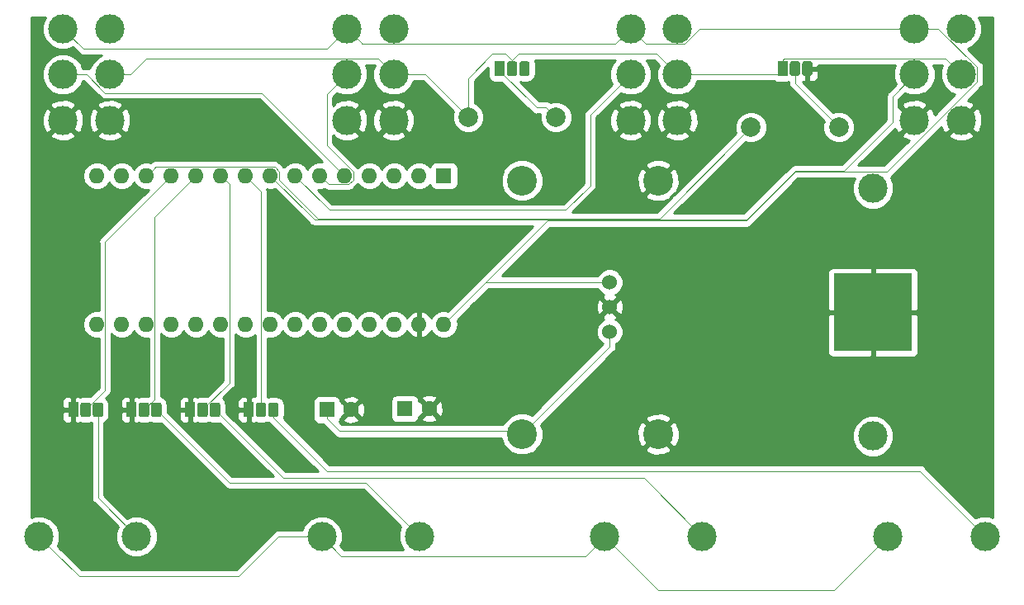
<source format=gtl>
G04 #@! TF.GenerationSoftware,KiCad,Pcbnew,5.0.2-bee76a0~70~ubuntu18.04.1*
G04 #@! TF.CreationDate,2019-01-27T14:50:31+01:00*
G04 #@! TF.ProjectId,magic-switchboard,6d616769-632d-4737-9769-746368626f61,v3*
G04 #@! TF.SameCoordinates,Original*
G04 #@! TF.FileFunction,Copper,L1,Top*
G04 #@! TF.FilePolarity,Positive*
%FSLAX46Y46*%
G04 Gerber Fmt 4.6, Leading zero omitted, Abs format (unit mm)*
G04 Created by KiCad (PCBNEW 5.0.2-bee76a0~70~ubuntu18.04.1) date So 27 Jan 2019 14:50:31 CET*
%MOMM*%
%LPD*%
G01*
G04 APERTURE LIST*
G04 #@! TA.AperFunction,SMDPad,CuDef*
%ADD10R,8.000000X8.000000*%
G04 #@! TD*
G04 #@! TA.AperFunction,ComponentPad*
%ADD11C,3.000000*%
G04 #@! TD*
G04 #@! TA.AperFunction,ComponentPad*
%ADD12C,3.048000*%
G04 #@! TD*
G04 #@! TA.AperFunction,ComponentPad*
%ADD13O,1.600000X1.600000*%
G04 #@! TD*
G04 #@! TA.AperFunction,ComponentPad*
%ADD14R,1.600000X1.600000*%
G04 #@! TD*
G04 #@! TA.AperFunction,ComponentPad*
%ADD15C,1.600000*%
G04 #@! TD*
G04 #@! TA.AperFunction,ComponentPad*
%ADD16R,1.050000X1.500000*%
G04 #@! TD*
G04 #@! TA.AperFunction,Conductor*
%ADD17C,0.100000*%
G04 #@! TD*
G04 #@! TA.AperFunction,ComponentPad*
%ADD18C,1.050000*%
G04 #@! TD*
G04 #@! TA.AperFunction,ComponentPad*
%ADD19C,2.000000*%
G04 #@! TD*
G04 #@! TA.AperFunction,ComponentPad*
%ADD20C,1.524000*%
G04 #@! TD*
G04 #@! TA.AperFunction,Conductor*
%ADD21C,0.020000*%
G04 #@! TD*
G04 #@! TA.AperFunction,Conductor*
%ADD22C,0.010000*%
G04 #@! TD*
G04 #@! TA.AperFunction,Conductor*
%ADD23C,0.254000*%
G04 #@! TD*
G04 APERTURE END LIST*
D10*
G04 #@! TO.P,BT1,2*
G04 #@! TO.N,GND*
X177000000Y-111000000D03*
D11*
G04 #@! TO.P,BT1,1*
G04 #@! TO.N,Net-(BT1-Pad1)*
X177000000Y-98300000D03*
X177000000Y-123700000D03*
G04 #@! TD*
D12*
G04 #@! TO.P,U1,4*
G04 #@! TO.N,VCC*
X141015000Y-97500000D03*
G04 #@! TO.P,U1,3*
G04 #@! TO.N,GND*
X154985000Y-97500000D03*
G04 #@! TO.P,U1,2*
X154985000Y-123500000D03*
G04 #@! TO.P,U1,1*
G04 #@! TO.N,Net-(C1-Pad1)*
X141015000Y-123500000D03*
G04 #@! TD*
D11*
G04 #@! TO.P,D1,1*
G04 #@! TO.N,Net-(D1-Pad1)*
X188500000Y-134000000D03*
G04 #@! TO.P,D1,2*
G04 #@! TO.N,VCC*
X178500000Y-134000000D03*
G04 #@! TD*
G04 #@! TO.P,D2,1*
G04 #@! TO.N,Net-(D2-Pad1)*
X159500000Y-134000000D03*
G04 #@! TO.P,D2,2*
G04 #@! TO.N,VCC*
X149500000Y-134000000D03*
G04 #@! TD*
G04 #@! TO.P,D3,1*
G04 #@! TO.N,Net-(D3-Pad1)*
X130500000Y-134000000D03*
G04 #@! TO.P,D3,2*
G04 #@! TO.N,VCC*
X120500000Y-134000000D03*
G04 #@! TD*
G04 #@! TO.P,D4,1*
G04 #@! TO.N,Net-(D4-Pad1)*
X101500000Y-134000000D03*
G04 #@! TO.P,D4,2*
G04 #@! TO.N,VCC*
X91500000Y-134000000D03*
G04 #@! TD*
D13*
G04 #@! TO.P,A1,16*
G04 #@! TO.N,N/C*
X97440000Y-112240000D03*
G04 #@! TO.P,A1,15*
X97440000Y-97000000D03*
G04 #@! TO.P,A1,30*
G04 #@! TO.N,VCC*
X133000000Y-112240000D03*
G04 #@! TO.P,A1,14*
G04 #@! TO.N,N/C*
X99980000Y-97000000D03*
G04 #@! TO.P,A1,29*
G04 #@! TO.N,GND*
X130460000Y-112240000D03*
G04 #@! TO.P,A1,13*
G04 #@! TO.N,deadmantrap*
X102520000Y-97000000D03*
G04 #@! TO.P,A1,28*
G04 #@! TO.N,N/C*
X127920000Y-112240000D03*
G04 #@! TO.P,A1,12*
G04 #@! TO.N,Net-(A1-Pad12)*
X105060000Y-97000000D03*
G04 #@! TO.P,A1,27*
G04 #@! TO.N,N/C*
X125380000Y-112240000D03*
G04 #@! TO.P,A1,11*
G04 #@! TO.N,Net-(A1-Pad11)*
X107600000Y-97000000D03*
G04 #@! TO.P,A1,26*
G04 #@! TO.N,N/C*
X122840000Y-112240000D03*
G04 #@! TO.P,A1,10*
G04 #@! TO.N,Net-(A1-Pad10)*
X110140000Y-97000000D03*
G04 #@! TO.P,A1,25*
G04 #@! TO.N,N/C*
X120300000Y-112240000D03*
G04 #@! TO.P,A1,9*
G04 #@! TO.N,Net-(A1-Pad9)*
X112680000Y-97000000D03*
G04 #@! TO.P,A1,24*
G04 #@! TO.N,N/C*
X117760000Y-112240000D03*
G04 #@! TO.P,A1,8*
G04 #@! TO.N,Net-(A1-Pad8)*
X115220000Y-97000000D03*
G04 #@! TO.P,A1,23*
G04 #@! TO.N,N/C*
X115220000Y-112240000D03*
G04 #@! TO.P,A1,7*
G04 #@! TO.N,Net-(A1-Pad7)*
X117760000Y-97000000D03*
G04 #@! TO.P,A1,22*
G04 #@! TO.N,N/C*
X112680000Y-112240000D03*
G04 #@! TO.P,A1,6*
G04 #@! TO.N,Net-(A1-Pad6)*
X120300000Y-97000000D03*
G04 #@! TO.P,A1,21*
G04 #@! TO.N,N/C*
X110140000Y-112240000D03*
G04 #@! TO.P,A1,5*
G04 #@! TO.N,Net-(A1-Pad5)*
X122840000Y-97000000D03*
G04 #@! TO.P,A1,20*
G04 #@! TO.N,N/C*
X107600000Y-112240000D03*
G04 #@! TO.P,A1,4*
X125380000Y-97000000D03*
G04 #@! TO.P,A1,19*
X105060000Y-112240000D03*
G04 #@! TO.P,A1,3*
X127920000Y-97000000D03*
G04 #@! TO.P,A1,18*
X102520000Y-112240000D03*
G04 #@! TO.P,A1,2*
X130460000Y-97000000D03*
G04 #@! TO.P,A1,17*
X99980000Y-112240000D03*
D14*
G04 #@! TO.P,A1,1*
X133000000Y-97000000D03*
G04 #@! TD*
D15*
G04 #@! TO.P,C1,2*
G04 #@! TO.N,GND*
X123500000Y-121000000D03*
D14*
G04 #@! TO.P,C1,1*
G04 #@! TO.N,Net-(C1-Pad1)*
X121000000Y-121000000D03*
G04 #@! TD*
D15*
G04 #@! TO.P,C2,2*
G04 #@! TO.N,GND*
X131500000Y-120900000D03*
D14*
G04 #@! TO.P,C2,1*
G04 #@! TO.N,VCC*
X129000000Y-120900000D03*
G04 #@! TD*
D16*
G04 #@! TO.P,Q1,1*
G04 #@! TO.N,powerswitch*
X167730000Y-86000000D03*
D17*
G04 #@! TD*
G04 #@! TO.N,GND*
G04 #@! TO.C,Q1*
G36*
X170558229Y-85251264D02*
X170583711Y-85255044D01*
X170608700Y-85261303D01*
X170632954Y-85269982D01*
X170656242Y-85280996D01*
X170678337Y-85294239D01*
X170699028Y-85309585D01*
X170718116Y-85326884D01*
X170735415Y-85345972D01*
X170750761Y-85366663D01*
X170764004Y-85388758D01*
X170775018Y-85412046D01*
X170783697Y-85436300D01*
X170789956Y-85461289D01*
X170793736Y-85486771D01*
X170795000Y-85512500D01*
X170795000Y-86487500D01*
X170793736Y-86513229D01*
X170789956Y-86538711D01*
X170783697Y-86563700D01*
X170775018Y-86587954D01*
X170764004Y-86611242D01*
X170750761Y-86633337D01*
X170735415Y-86654028D01*
X170718116Y-86673116D01*
X170699028Y-86690415D01*
X170678337Y-86705761D01*
X170656242Y-86719004D01*
X170632954Y-86730018D01*
X170608700Y-86738697D01*
X170583711Y-86744956D01*
X170558229Y-86748736D01*
X170532500Y-86750000D01*
X170007500Y-86750000D01*
X169981771Y-86748736D01*
X169956289Y-86744956D01*
X169931300Y-86738697D01*
X169907046Y-86730018D01*
X169883758Y-86719004D01*
X169861663Y-86705761D01*
X169840972Y-86690415D01*
X169821884Y-86673116D01*
X169804585Y-86654028D01*
X169789239Y-86633337D01*
X169775996Y-86611242D01*
X169764982Y-86587954D01*
X169756303Y-86563700D01*
X169750044Y-86538711D01*
X169746264Y-86513229D01*
X169745000Y-86487500D01*
X169745000Y-85512500D01*
X169746264Y-85486771D01*
X169750044Y-85461289D01*
X169756303Y-85436300D01*
X169764982Y-85412046D01*
X169775996Y-85388758D01*
X169789239Y-85366663D01*
X169804585Y-85345972D01*
X169821884Y-85326884D01*
X169840972Y-85309585D01*
X169861663Y-85294239D01*
X169883758Y-85280996D01*
X169907046Y-85269982D01*
X169931300Y-85261303D01*
X169956289Y-85255044D01*
X169981771Y-85251264D01*
X170007500Y-85250000D01*
X170532500Y-85250000D01*
X170558229Y-85251264D01*
X170558229Y-85251264D01*
G37*
D18*
G04 #@! TO.P,Q1,3*
G04 #@! TO.N,GND*
X170270000Y-86000000D03*
D17*
G04 #@! TD*
G04 #@! TO.N,Net-(Q1-Pad2)*
G04 #@! TO.C,Q1*
G36*
X169288229Y-85251264D02*
X169313711Y-85255044D01*
X169338700Y-85261303D01*
X169362954Y-85269982D01*
X169386242Y-85280996D01*
X169408337Y-85294239D01*
X169429028Y-85309585D01*
X169448116Y-85326884D01*
X169465415Y-85345972D01*
X169480761Y-85366663D01*
X169494004Y-85388758D01*
X169505018Y-85412046D01*
X169513697Y-85436300D01*
X169519956Y-85461289D01*
X169523736Y-85486771D01*
X169525000Y-85512500D01*
X169525000Y-86487500D01*
X169523736Y-86513229D01*
X169519956Y-86538711D01*
X169513697Y-86563700D01*
X169505018Y-86587954D01*
X169494004Y-86611242D01*
X169480761Y-86633337D01*
X169465415Y-86654028D01*
X169448116Y-86673116D01*
X169429028Y-86690415D01*
X169408337Y-86705761D01*
X169386242Y-86719004D01*
X169362954Y-86730018D01*
X169338700Y-86738697D01*
X169313711Y-86744956D01*
X169288229Y-86748736D01*
X169262500Y-86750000D01*
X168737500Y-86750000D01*
X168711771Y-86748736D01*
X168686289Y-86744956D01*
X168661300Y-86738697D01*
X168637046Y-86730018D01*
X168613758Y-86719004D01*
X168591663Y-86705761D01*
X168570972Y-86690415D01*
X168551884Y-86673116D01*
X168534585Y-86654028D01*
X168519239Y-86633337D01*
X168505996Y-86611242D01*
X168494982Y-86587954D01*
X168486303Y-86563700D01*
X168480044Y-86538711D01*
X168476264Y-86513229D01*
X168475000Y-86487500D01*
X168475000Y-85512500D01*
X168476264Y-85486771D01*
X168480044Y-85461289D01*
X168486303Y-85436300D01*
X168494982Y-85412046D01*
X168505996Y-85388758D01*
X168519239Y-85366663D01*
X168534585Y-85345972D01*
X168551884Y-85326884D01*
X168570972Y-85309585D01*
X168591663Y-85294239D01*
X168613758Y-85280996D01*
X168637046Y-85269982D01*
X168661300Y-85261303D01*
X168686289Y-85255044D01*
X168711771Y-85251264D01*
X168737500Y-85250000D01*
X169262500Y-85250000D01*
X169288229Y-85251264D01*
X169288229Y-85251264D01*
G37*
D18*
G04 #@! TO.P,Q1,2*
G04 #@! TO.N,Net-(Q1-Pad2)*
X169000000Y-86000000D03*
G04 #@! TD*
D16*
G04 #@! TO.P,Q2,1*
G04 #@! TO.N,Net-(BT1-Pad1)*
X138730000Y-86000000D03*
D17*
G04 #@! TD*
G04 #@! TO.N,Net-(C1-Pad1)*
G04 #@! TO.C,Q2*
G36*
X141558229Y-85251264D02*
X141583711Y-85255044D01*
X141608700Y-85261303D01*
X141632954Y-85269982D01*
X141656242Y-85280996D01*
X141678337Y-85294239D01*
X141699028Y-85309585D01*
X141718116Y-85326884D01*
X141735415Y-85345972D01*
X141750761Y-85366663D01*
X141764004Y-85388758D01*
X141775018Y-85412046D01*
X141783697Y-85436300D01*
X141789956Y-85461289D01*
X141793736Y-85486771D01*
X141795000Y-85512500D01*
X141795000Y-86487500D01*
X141793736Y-86513229D01*
X141789956Y-86538711D01*
X141783697Y-86563700D01*
X141775018Y-86587954D01*
X141764004Y-86611242D01*
X141750761Y-86633337D01*
X141735415Y-86654028D01*
X141718116Y-86673116D01*
X141699028Y-86690415D01*
X141678337Y-86705761D01*
X141656242Y-86719004D01*
X141632954Y-86730018D01*
X141608700Y-86738697D01*
X141583711Y-86744956D01*
X141558229Y-86748736D01*
X141532500Y-86750000D01*
X141007500Y-86750000D01*
X140981771Y-86748736D01*
X140956289Y-86744956D01*
X140931300Y-86738697D01*
X140907046Y-86730018D01*
X140883758Y-86719004D01*
X140861663Y-86705761D01*
X140840972Y-86690415D01*
X140821884Y-86673116D01*
X140804585Y-86654028D01*
X140789239Y-86633337D01*
X140775996Y-86611242D01*
X140764982Y-86587954D01*
X140756303Y-86563700D01*
X140750044Y-86538711D01*
X140746264Y-86513229D01*
X140745000Y-86487500D01*
X140745000Y-85512500D01*
X140746264Y-85486771D01*
X140750044Y-85461289D01*
X140756303Y-85436300D01*
X140764982Y-85412046D01*
X140775996Y-85388758D01*
X140789239Y-85366663D01*
X140804585Y-85345972D01*
X140821884Y-85326884D01*
X140840972Y-85309585D01*
X140861663Y-85294239D01*
X140883758Y-85280996D01*
X140907046Y-85269982D01*
X140931300Y-85261303D01*
X140956289Y-85255044D01*
X140981771Y-85251264D01*
X141007500Y-85250000D01*
X141532500Y-85250000D01*
X141558229Y-85251264D01*
X141558229Y-85251264D01*
G37*
D18*
G04 #@! TO.P,Q2,3*
G04 #@! TO.N,Net-(C1-Pad1)*
X141270000Y-86000000D03*
D17*
G04 #@! TD*
G04 #@! TO.N,powerswitch*
G04 #@! TO.C,Q2*
G36*
X140288229Y-85251264D02*
X140313711Y-85255044D01*
X140338700Y-85261303D01*
X140362954Y-85269982D01*
X140386242Y-85280996D01*
X140408337Y-85294239D01*
X140429028Y-85309585D01*
X140448116Y-85326884D01*
X140465415Y-85345972D01*
X140480761Y-85366663D01*
X140494004Y-85388758D01*
X140505018Y-85412046D01*
X140513697Y-85436300D01*
X140519956Y-85461289D01*
X140523736Y-85486771D01*
X140525000Y-85512500D01*
X140525000Y-86487500D01*
X140523736Y-86513229D01*
X140519956Y-86538711D01*
X140513697Y-86563700D01*
X140505018Y-86587954D01*
X140494004Y-86611242D01*
X140480761Y-86633337D01*
X140465415Y-86654028D01*
X140448116Y-86673116D01*
X140429028Y-86690415D01*
X140408337Y-86705761D01*
X140386242Y-86719004D01*
X140362954Y-86730018D01*
X140338700Y-86738697D01*
X140313711Y-86744956D01*
X140288229Y-86748736D01*
X140262500Y-86750000D01*
X139737500Y-86750000D01*
X139711771Y-86748736D01*
X139686289Y-86744956D01*
X139661300Y-86738697D01*
X139637046Y-86730018D01*
X139613758Y-86719004D01*
X139591663Y-86705761D01*
X139570972Y-86690415D01*
X139551884Y-86673116D01*
X139534585Y-86654028D01*
X139519239Y-86633337D01*
X139505996Y-86611242D01*
X139494982Y-86587954D01*
X139486303Y-86563700D01*
X139480044Y-86538711D01*
X139476264Y-86513229D01*
X139475000Y-86487500D01*
X139475000Y-85512500D01*
X139476264Y-85486771D01*
X139480044Y-85461289D01*
X139486303Y-85436300D01*
X139494982Y-85412046D01*
X139505996Y-85388758D01*
X139519239Y-85366663D01*
X139534585Y-85345972D01*
X139551884Y-85326884D01*
X139570972Y-85309585D01*
X139591663Y-85294239D01*
X139613758Y-85280996D01*
X139637046Y-85269982D01*
X139661300Y-85261303D01*
X139686289Y-85255044D01*
X139711771Y-85251264D01*
X139737500Y-85250000D01*
X140262500Y-85250000D01*
X140288229Y-85251264D01*
X140288229Y-85251264D01*
G37*
D18*
G04 #@! TO.P,Q2,2*
G04 #@! TO.N,powerswitch*
X140000000Y-86000000D03*
G04 #@! TD*
D16*
G04 #@! TO.P,Q3,1*
G04 #@! TO.N,GND*
X113000000Y-121000000D03*
D17*
G04 #@! TD*
G04 #@! TO.N,Net-(D1-Pad1)*
G04 #@! TO.C,Q3*
G36*
X115828229Y-120251264D02*
X115853711Y-120255044D01*
X115878700Y-120261303D01*
X115902954Y-120269982D01*
X115926242Y-120280996D01*
X115948337Y-120294239D01*
X115969028Y-120309585D01*
X115988116Y-120326884D01*
X116005415Y-120345972D01*
X116020761Y-120366663D01*
X116034004Y-120388758D01*
X116045018Y-120412046D01*
X116053697Y-120436300D01*
X116059956Y-120461289D01*
X116063736Y-120486771D01*
X116065000Y-120512500D01*
X116065000Y-121487500D01*
X116063736Y-121513229D01*
X116059956Y-121538711D01*
X116053697Y-121563700D01*
X116045018Y-121587954D01*
X116034004Y-121611242D01*
X116020761Y-121633337D01*
X116005415Y-121654028D01*
X115988116Y-121673116D01*
X115969028Y-121690415D01*
X115948337Y-121705761D01*
X115926242Y-121719004D01*
X115902954Y-121730018D01*
X115878700Y-121738697D01*
X115853711Y-121744956D01*
X115828229Y-121748736D01*
X115802500Y-121750000D01*
X115277500Y-121750000D01*
X115251771Y-121748736D01*
X115226289Y-121744956D01*
X115201300Y-121738697D01*
X115177046Y-121730018D01*
X115153758Y-121719004D01*
X115131663Y-121705761D01*
X115110972Y-121690415D01*
X115091884Y-121673116D01*
X115074585Y-121654028D01*
X115059239Y-121633337D01*
X115045996Y-121611242D01*
X115034982Y-121587954D01*
X115026303Y-121563700D01*
X115020044Y-121538711D01*
X115016264Y-121513229D01*
X115015000Y-121487500D01*
X115015000Y-120512500D01*
X115016264Y-120486771D01*
X115020044Y-120461289D01*
X115026303Y-120436300D01*
X115034982Y-120412046D01*
X115045996Y-120388758D01*
X115059239Y-120366663D01*
X115074585Y-120345972D01*
X115091884Y-120326884D01*
X115110972Y-120309585D01*
X115131663Y-120294239D01*
X115153758Y-120280996D01*
X115177046Y-120269982D01*
X115201300Y-120261303D01*
X115226289Y-120255044D01*
X115251771Y-120251264D01*
X115277500Y-120250000D01*
X115802500Y-120250000D01*
X115828229Y-120251264D01*
X115828229Y-120251264D01*
G37*
D18*
G04 #@! TO.P,Q3,3*
G04 #@! TO.N,Net-(D1-Pad1)*
X115540000Y-121000000D03*
D17*
G04 #@! TD*
G04 #@! TO.N,Net-(A1-Pad9)*
G04 #@! TO.C,Q3*
G36*
X114558229Y-120251264D02*
X114583711Y-120255044D01*
X114608700Y-120261303D01*
X114632954Y-120269982D01*
X114656242Y-120280996D01*
X114678337Y-120294239D01*
X114699028Y-120309585D01*
X114718116Y-120326884D01*
X114735415Y-120345972D01*
X114750761Y-120366663D01*
X114764004Y-120388758D01*
X114775018Y-120412046D01*
X114783697Y-120436300D01*
X114789956Y-120461289D01*
X114793736Y-120486771D01*
X114795000Y-120512500D01*
X114795000Y-121487500D01*
X114793736Y-121513229D01*
X114789956Y-121538711D01*
X114783697Y-121563700D01*
X114775018Y-121587954D01*
X114764004Y-121611242D01*
X114750761Y-121633337D01*
X114735415Y-121654028D01*
X114718116Y-121673116D01*
X114699028Y-121690415D01*
X114678337Y-121705761D01*
X114656242Y-121719004D01*
X114632954Y-121730018D01*
X114608700Y-121738697D01*
X114583711Y-121744956D01*
X114558229Y-121748736D01*
X114532500Y-121750000D01*
X114007500Y-121750000D01*
X113981771Y-121748736D01*
X113956289Y-121744956D01*
X113931300Y-121738697D01*
X113907046Y-121730018D01*
X113883758Y-121719004D01*
X113861663Y-121705761D01*
X113840972Y-121690415D01*
X113821884Y-121673116D01*
X113804585Y-121654028D01*
X113789239Y-121633337D01*
X113775996Y-121611242D01*
X113764982Y-121587954D01*
X113756303Y-121563700D01*
X113750044Y-121538711D01*
X113746264Y-121513229D01*
X113745000Y-121487500D01*
X113745000Y-120512500D01*
X113746264Y-120486771D01*
X113750044Y-120461289D01*
X113756303Y-120436300D01*
X113764982Y-120412046D01*
X113775996Y-120388758D01*
X113789239Y-120366663D01*
X113804585Y-120345972D01*
X113821884Y-120326884D01*
X113840972Y-120309585D01*
X113861663Y-120294239D01*
X113883758Y-120280996D01*
X113907046Y-120269982D01*
X113931300Y-120261303D01*
X113956289Y-120255044D01*
X113981771Y-120251264D01*
X114007500Y-120250000D01*
X114532500Y-120250000D01*
X114558229Y-120251264D01*
X114558229Y-120251264D01*
G37*
D18*
G04 #@! TO.P,Q3,2*
G04 #@! TO.N,Net-(A1-Pad9)*
X114270000Y-121000000D03*
G04 #@! TD*
D16*
G04 #@! TO.P,Q4,1*
G04 #@! TO.N,GND*
X107000000Y-121000000D03*
D17*
G04 #@! TD*
G04 #@! TO.N,Net-(D2-Pad1)*
G04 #@! TO.C,Q4*
G36*
X109828229Y-120251264D02*
X109853711Y-120255044D01*
X109878700Y-120261303D01*
X109902954Y-120269982D01*
X109926242Y-120280996D01*
X109948337Y-120294239D01*
X109969028Y-120309585D01*
X109988116Y-120326884D01*
X110005415Y-120345972D01*
X110020761Y-120366663D01*
X110034004Y-120388758D01*
X110045018Y-120412046D01*
X110053697Y-120436300D01*
X110059956Y-120461289D01*
X110063736Y-120486771D01*
X110065000Y-120512500D01*
X110065000Y-121487500D01*
X110063736Y-121513229D01*
X110059956Y-121538711D01*
X110053697Y-121563700D01*
X110045018Y-121587954D01*
X110034004Y-121611242D01*
X110020761Y-121633337D01*
X110005415Y-121654028D01*
X109988116Y-121673116D01*
X109969028Y-121690415D01*
X109948337Y-121705761D01*
X109926242Y-121719004D01*
X109902954Y-121730018D01*
X109878700Y-121738697D01*
X109853711Y-121744956D01*
X109828229Y-121748736D01*
X109802500Y-121750000D01*
X109277500Y-121750000D01*
X109251771Y-121748736D01*
X109226289Y-121744956D01*
X109201300Y-121738697D01*
X109177046Y-121730018D01*
X109153758Y-121719004D01*
X109131663Y-121705761D01*
X109110972Y-121690415D01*
X109091884Y-121673116D01*
X109074585Y-121654028D01*
X109059239Y-121633337D01*
X109045996Y-121611242D01*
X109034982Y-121587954D01*
X109026303Y-121563700D01*
X109020044Y-121538711D01*
X109016264Y-121513229D01*
X109015000Y-121487500D01*
X109015000Y-120512500D01*
X109016264Y-120486771D01*
X109020044Y-120461289D01*
X109026303Y-120436300D01*
X109034982Y-120412046D01*
X109045996Y-120388758D01*
X109059239Y-120366663D01*
X109074585Y-120345972D01*
X109091884Y-120326884D01*
X109110972Y-120309585D01*
X109131663Y-120294239D01*
X109153758Y-120280996D01*
X109177046Y-120269982D01*
X109201300Y-120261303D01*
X109226289Y-120255044D01*
X109251771Y-120251264D01*
X109277500Y-120250000D01*
X109802500Y-120250000D01*
X109828229Y-120251264D01*
X109828229Y-120251264D01*
G37*
D18*
G04 #@! TO.P,Q4,3*
G04 #@! TO.N,Net-(D2-Pad1)*
X109540000Y-121000000D03*
D17*
G04 #@! TD*
G04 #@! TO.N,Net-(A1-Pad10)*
G04 #@! TO.C,Q4*
G36*
X108558229Y-120251264D02*
X108583711Y-120255044D01*
X108608700Y-120261303D01*
X108632954Y-120269982D01*
X108656242Y-120280996D01*
X108678337Y-120294239D01*
X108699028Y-120309585D01*
X108718116Y-120326884D01*
X108735415Y-120345972D01*
X108750761Y-120366663D01*
X108764004Y-120388758D01*
X108775018Y-120412046D01*
X108783697Y-120436300D01*
X108789956Y-120461289D01*
X108793736Y-120486771D01*
X108795000Y-120512500D01*
X108795000Y-121487500D01*
X108793736Y-121513229D01*
X108789956Y-121538711D01*
X108783697Y-121563700D01*
X108775018Y-121587954D01*
X108764004Y-121611242D01*
X108750761Y-121633337D01*
X108735415Y-121654028D01*
X108718116Y-121673116D01*
X108699028Y-121690415D01*
X108678337Y-121705761D01*
X108656242Y-121719004D01*
X108632954Y-121730018D01*
X108608700Y-121738697D01*
X108583711Y-121744956D01*
X108558229Y-121748736D01*
X108532500Y-121750000D01*
X108007500Y-121750000D01*
X107981771Y-121748736D01*
X107956289Y-121744956D01*
X107931300Y-121738697D01*
X107907046Y-121730018D01*
X107883758Y-121719004D01*
X107861663Y-121705761D01*
X107840972Y-121690415D01*
X107821884Y-121673116D01*
X107804585Y-121654028D01*
X107789239Y-121633337D01*
X107775996Y-121611242D01*
X107764982Y-121587954D01*
X107756303Y-121563700D01*
X107750044Y-121538711D01*
X107746264Y-121513229D01*
X107745000Y-121487500D01*
X107745000Y-120512500D01*
X107746264Y-120486771D01*
X107750044Y-120461289D01*
X107756303Y-120436300D01*
X107764982Y-120412046D01*
X107775996Y-120388758D01*
X107789239Y-120366663D01*
X107804585Y-120345972D01*
X107821884Y-120326884D01*
X107840972Y-120309585D01*
X107861663Y-120294239D01*
X107883758Y-120280996D01*
X107907046Y-120269982D01*
X107931300Y-120261303D01*
X107956289Y-120255044D01*
X107981771Y-120251264D01*
X108007500Y-120250000D01*
X108532500Y-120250000D01*
X108558229Y-120251264D01*
X108558229Y-120251264D01*
G37*
D18*
G04 #@! TO.P,Q4,2*
G04 #@! TO.N,Net-(A1-Pad10)*
X108270000Y-121000000D03*
G04 #@! TD*
D16*
G04 #@! TO.P,Q5,1*
G04 #@! TO.N,GND*
X101000000Y-121000000D03*
D17*
G04 #@! TD*
G04 #@! TO.N,Net-(D3-Pad1)*
G04 #@! TO.C,Q5*
G36*
X103828229Y-120251264D02*
X103853711Y-120255044D01*
X103878700Y-120261303D01*
X103902954Y-120269982D01*
X103926242Y-120280996D01*
X103948337Y-120294239D01*
X103969028Y-120309585D01*
X103988116Y-120326884D01*
X104005415Y-120345972D01*
X104020761Y-120366663D01*
X104034004Y-120388758D01*
X104045018Y-120412046D01*
X104053697Y-120436300D01*
X104059956Y-120461289D01*
X104063736Y-120486771D01*
X104065000Y-120512500D01*
X104065000Y-121487500D01*
X104063736Y-121513229D01*
X104059956Y-121538711D01*
X104053697Y-121563700D01*
X104045018Y-121587954D01*
X104034004Y-121611242D01*
X104020761Y-121633337D01*
X104005415Y-121654028D01*
X103988116Y-121673116D01*
X103969028Y-121690415D01*
X103948337Y-121705761D01*
X103926242Y-121719004D01*
X103902954Y-121730018D01*
X103878700Y-121738697D01*
X103853711Y-121744956D01*
X103828229Y-121748736D01*
X103802500Y-121750000D01*
X103277500Y-121750000D01*
X103251771Y-121748736D01*
X103226289Y-121744956D01*
X103201300Y-121738697D01*
X103177046Y-121730018D01*
X103153758Y-121719004D01*
X103131663Y-121705761D01*
X103110972Y-121690415D01*
X103091884Y-121673116D01*
X103074585Y-121654028D01*
X103059239Y-121633337D01*
X103045996Y-121611242D01*
X103034982Y-121587954D01*
X103026303Y-121563700D01*
X103020044Y-121538711D01*
X103016264Y-121513229D01*
X103015000Y-121487500D01*
X103015000Y-120512500D01*
X103016264Y-120486771D01*
X103020044Y-120461289D01*
X103026303Y-120436300D01*
X103034982Y-120412046D01*
X103045996Y-120388758D01*
X103059239Y-120366663D01*
X103074585Y-120345972D01*
X103091884Y-120326884D01*
X103110972Y-120309585D01*
X103131663Y-120294239D01*
X103153758Y-120280996D01*
X103177046Y-120269982D01*
X103201300Y-120261303D01*
X103226289Y-120255044D01*
X103251771Y-120251264D01*
X103277500Y-120250000D01*
X103802500Y-120250000D01*
X103828229Y-120251264D01*
X103828229Y-120251264D01*
G37*
D18*
G04 #@! TO.P,Q5,3*
G04 #@! TO.N,Net-(D3-Pad1)*
X103540000Y-121000000D03*
D17*
G04 #@! TD*
G04 #@! TO.N,Net-(A1-Pad11)*
G04 #@! TO.C,Q5*
G36*
X102558229Y-120251264D02*
X102583711Y-120255044D01*
X102608700Y-120261303D01*
X102632954Y-120269982D01*
X102656242Y-120280996D01*
X102678337Y-120294239D01*
X102699028Y-120309585D01*
X102718116Y-120326884D01*
X102735415Y-120345972D01*
X102750761Y-120366663D01*
X102764004Y-120388758D01*
X102775018Y-120412046D01*
X102783697Y-120436300D01*
X102789956Y-120461289D01*
X102793736Y-120486771D01*
X102795000Y-120512500D01*
X102795000Y-121487500D01*
X102793736Y-121513229D01*
X102789956Y-121538711D01*
X102783697Y-121563700D01*
X102775018Y-121587954D01*
X102764004Y-121611242D01*
X102750761Y-121633337D01*
X102735415Y-121654028D01*
X102718116Y-121673116D01*
X102699028Y-121690415D01*
X102678337Y-121705761D01*
X102656242Y-121719004D01*
X102632954Y-121730018D01*
X102608700Y-121738697D01*
X102583711Y-121744956D01*
X102558229Y-121748736D01*
X102532500Y-121750000D01*
X102007500Y-121750000D01*
X101981771Y-121748736D01*
X101956289Y-121744956D01*
X101931300Y-121738697D01*
X101907046Y-121730018D01*
X101883758Y-121719004D01*
X101861663Y-121705761D01*
X101840972Y-121690415D01*
X101821884Y-121673116D01*
X101804585Y-121654028D01*
X101789239Y-121633337D01*
X101775996Y-121611242D01*
X101764982Y-121587954D01*
X101756303Y-121563700D01*
X101750044Y-121538711D01*
X101746264Y-121513229D01*
X101745000Y-121487500D01*
X101745000Y-120512500D01*
X101746264Y-120486771D01*
X101750044Y-120461289D01*
X101756303Y-120436300D01*
X101764982Y-120412046D01*
X101775996Y-120388758D01*
X101789239Y-120366663D01*
X101804585Y-120345972D01*
X101821884Y-120326884D01*
X101840972Y-120309585D01*
X101861663Y-120294239D01*
X101883758Y-120280996D01*
X101907046Y-120269982D01*
X101931300Y-120261303D01*
X101956289Y-120255044D01*
X101981771Y-120251264D01*
X102007500Y-120250000D01*
X102532500Y-120250000D01*
X102558229Y-120251264D01*
X102558229Y-120251264D01*
G37*
D18*
G04 #@! TO.P,Q5,2*
G04 #@! TO.N,Net-(A1-Pad11)*
X102270000Y-121000000D03*
G04 #@! TD*
D16*
G04 #@! TO.P,Q6,1*
G04 #@! TO.N,GND*
X95000000Y-121000000D03*
D17*
G04 #@! TD*
G04 #@! TO.N,Net-(D4-Pad1)*
G04 #@! TO.C,Q6*
G36*
X97828229Y-120251264D02*
X97853711Y-120255044D01*
X97878700Y-120261303D01*
X97902954Y-120269982D01*
X97926242Y-120280996D01*
X97948337Y-120294239D01*
X97969028Y-120309585D01*
X97988116Y-120326884D01*
X98005415Y-120345972D01*
X98020761Y-120366663D01*
X98034004Y-120388758D01*
X98045018Y-120412046D01*
X98053697Y-120436300D01*
X98059956Y-120461289D01*
X98063736Y-120486771D01*
X98065000Y-120512500D01*
X98065000Y-121487500D01*
X98063736Y-121513229D01*
X98059956Y-121538711D01*
X98053697Y-121563700D01*
X98045018Y-121587954D01*
X98034004Y-121611242D01*
X98020761Y-121633337D01*
X98005415Y-121654028D01*
X97988116Y-121673116D01*
X97969028Y-121690415D01*
X97948337Y-121705761D01*
X97926242Y-121719004D01*
X97902954Y-121730018D01*
X97878700Y-121738697D01*
X97853711Y-121744956D01*
X97828229Y-121748736D01*
X97802500Y-121750000D01*
X97277500Y-121750000D01*
X97251771Y-121748736D01*
X97226289Y-121744956D01*
X97201300Y-121738697D01*
X97177046Y-121730018D01*
X97153758Y-121719004D01*
X97131663Y-121705761D01*
X97110972Y-121690415D01*
X97091884Y-121673116D01*
X97074585Y-121654028D01*
X97059239Y-121633337D01*
X97045996Y-121611242D01*
X97034982Y-121587954D01*
X97026303Y-121563700D01*
X97020044Y-121538711D01*
X97016264Y-121513229D01*
X97015000Y-121487500D01*
X97015000Y-120512500D01*
X97016264Y-120486771D01*
X97020044Y-120461289D01*
X97026303Y-120436300D01*
X97034982Y-120412046D01*
X97045996Y-120388758D01*
X97059239Y-120366663D01*
X97074585Y-120345972D01*
X97091884Y-120326884D01*
X97110972Y-120309585D01*
X97131663Y-120294239D01*
X97153758Y-120280996D01*
X97177046Y-120269982D01*
X97201300Y-120261303D01*
X97226289Y-120255044D01*
X97251771Y-120251264D01*
X97277500Y-120250000D01*
X97802500Y-120250000D01*
X97828229Y-120251264D01*
X97828229Y-120251264D01*
G37*
D18*
G04 #@! TO.P,Q6,3*
G04 #@! TO.N,Net-(D4-Pad1)*
X97540000Y-121000000D03*
D17*
G04 #@! TD*
G04 #@! TO.N,Net-(A1-Pad12)*
G04 #@! TO.C,Q6*
G36*
X96558229Y-120251264D02*
X96583711Y-120255044D01*
X96608700Y-120261303D01*
X96632954Y-120269982D01*
X96656242Y-120280996D01*
X96678337Y-120294239D01*
X96699028Y-120309585D01*
X96718116Y-120326884D01*
X96735415Y-120345972D01*
X96750761Y-120366663D01*
X96764004Y-120388758D01*
X96775018Y-120412046D01*
X96783697Y-120436300D01*
X96789956Y-120461289D01*
X96793736Y-120486771D01*
X96795000Y-120512500D01*
X96795000Y-121487500D01*
X96793736Y-121513229D01*
X96789956Y-121538711D01*
X96783697Y-121563700D01*
X96775018Y-121587954D01*
X96764004Y-121611242D01*
X96750761Y-121633337D01*
X96735415Y-121654028D01*
X96718116Y-121673116D01*
X96699028Y-121690415D01*
X96678337Y-121705761D01*
X96656242Y-121719004D01*
X96632954Y-121730018D01*
X96608700Y-121738697D01*
X96583711Y-121744956D01*
X96558229Y-121748736D01*
X96532500Y-121750000D01*
X96007500Y-121750000D01*
X95981771Y-121748736D01*
X95956289Y-121744956D01*
X95931300Y-121738697D01*
X95907046Y-121730018D01*
X95883758Y-121719004D01*
X95861663Y-121705761D01*
X95840972Y-121690415D01*
X95821884Y-121673116D01*
X95804585Y-121654028D01*
X95789239Y-121633337D01*
X95775996Y-121611242D01*
X95764982Y-121587954D01*
X95756303Y-121563700D01*
X95750044Y-121538711D01*
X95746264Y-121513229D01*
X95745000Y-121487500D01*
X95745000Y-120512500D01*
X95746264Y-120486771D01*
X95750044Y-120461289D01*
X95756303Y-120436300D01*
X95764982Y-120412046D01*
X95775996Y-120388758D01*
X95789239Y-120366663D01*
X95804585Y-120345972D01*
X95821884Y-120326884D01*
X95840972Y-120309585D01*
X95861663Y-120294239D01*
X95883758Y-120280996D01*
X95907046Y-120269982D01*
X95931300Y-120261303D01*
X95956289Y-120255044D01*
X95981771Y-120251264D01*
X96007500Y-120250000D01*
X96532500Y-120250000D01*
X96558229Y-120251264D01*
X96558229Y-120251264D01*
G37*
D18*
G04 #@! TO.P,Q6,2*
G04 #@! TO.N,Net-(A1-Pad12)*
X96270000Y-121000000D03*
G04 #@! TD*
D19*
G04 #@! TO.P,R1,1*
G04 #@! TO.N,Net-(Q1-Pad2)*
X173500000Y-92000000D03*
G04 #@! TO.P,R1,2*
G04 #@! TO.N,deadmantrap*
X164500000Y-92000000D03*
G04 #@! TD*
G04 #@! TO.P,R2,1*
G04 #@! TO.N,powerswitch*
X135500000Y-91000000D03*
G04 #@! TO.P,R2,2*
G04 #@! TO.N,Net-(BT1-Pad1)*
X144500000Y-91000000D03*
G04 #@! TD*
D11*
G04 #@! TO.P,S1,5*
G04 #@! TO.N,powerswitch*
X98750000Y-86600000D03*
G04 #@! TO.P,S1,6*
G04 #@! TO.N,GND*
X98750000Y-91300000D03*
G04 #@! TO.P,S1,4*
G04 #@! TO.N,N/C*
X98750000Y-81900000D03*
G04 #@! TO.P,S1,3*
G04 #@! TO.N,GND*
X93950000Y-91300000D03*
G04 #@! TO.P,S1,2*
G04 #@! TO.N,Net-(A1-Pad5)*
X93950000Y-86600000D03*
G04 #@! TO.P,S1,1*
G04 #@! TO.N,VCC*
X93950000Y-81900000D03*
G04 #@! TD*
G04 #@! TO.P,S2,5*
G04 #@! TO.N,powerswitch*
X127850000Y-86600000D03*
G04 #@! TO.P,S2,6*
G04 #@! TO.N,GND*
X127850000Y-91300000D03*
G04 #@! TO.P,S2,4*
G04 #@! TO.N,N/C*
X127850000Y-81900000D03*
G04 #@! TO.P,S2,3*
G04 #@! TO.N,GND*
X123050000Y-91300000D03*
G04 #@! TO.P,S2,2*
G04 #@! TO.N,Net-(A1-Pad6)*
X123050000Y-86600000D03*
G04 #@! TO.P,S2,1*
G04 #@! TO.N,VCC*
X123050000Y-81900000D03*
G04 #@! TD*
G04 #@! TO.P,S3,5*
G04 #@! TO.N,powerswitch*
X156950000Y-86600000D03*
G04 #@! TO.P,S3,6*
G04 #@! TO.N,GND*
X156950000Y-91300000D03*
G04 #@! TO.P,S3,4*
G04 #@! TO.N,N/C*
X156950000Y-81900000D03*
G04 #@! TO.P,S3,3*
G04 #@! TO.N,GND*
X152150000Y-91300000D03*
G04 #@! TO.P,S3,2*
G04 #@! TO.N,Net-(A1-Pad7)*
X152150000Y-86600000D03*
G04 #@! TO.P,S3,1*
G04 #@! TO.N,VCC*
X152150000Y-81900000D03*
G04 #@! TD*
G04 #@! TO.P,S4,5*
G04 #@! TO.N,powerswitch*
X186050000Y-86600000D03*
G04 #@! TO.P,S4,6*
G04 #@! TO.N,GND*
X186050000Y-91300000D03*
G04 #@! TO.P,S4,4*
G04 #@! TO.N,N/C*
X186050000Y-81900000D03*
G04 #@! TO.P,S4,3*
G04 #@! TO.N,GND*
X181250000Y-91300000D03*
G04 #@! TO.P,S4,2*
G04 #@! TO.N,Net-(A1-Pad8)*
X181250000Y-86600000D03*
G04 #@! TO.P,S4,1*
G04 #@! TO.N,VCC*
X181250000Y-81900000D03*
G04 #@! TD*
D20*
G04 #@! TO.P,U2,1*
G04 #@! TO.N,Net-(C1-Pad1)*
X150000000Y-113000000D03*
G04 #@! TO.P,U2,2*
G04 #@! TO.N,GND*
X150000000Y-110460000D03*
G04 #@! TO.P,U2,3*
G04 #@! TO.N,VCC*
X150000000Y-107920000D03*
G04 #@! TD*
D21*
G04 #@! TO.N,Net-(A1-Pad5)*
X96358802Y-86600000D02*
X98258802Y-88500000D01*
X93950000Y-86600000D02*
X96358802Y-86600000D01*
X114340000Y-88500000D02*
X122840000Y-97000000D01*
X98258802Y-88500000D02*
X114340000Y-88500000D01*
G04 #@! TO.N,Net-(A1-Pad6)*
X121099999Y-97799999D02*
X120300000Y-97000000D01*
X121160001Y-97860001D02*
X121099999Y-97799999D01*
X123252801Y-97860001D02*
X121160001Y-97860001D01*
X123700001Y-97412801D02*
X123252801Y-97860001D01*
X123700001Y-96587199D02*
X123700001Y-97412801D01*
X121000000Y-93887198D02*
X123700001Y-96587199D01*
X121000000Y-88650000D02*
X121000000Y-93887198D01*
X123050000Y-86600000D02*
X121000000Y-88650000D01*
G04 #@! TO.N,Net-(A1-Pad7)*
X121260000Y-100500000D02*
X145500000Y-100500000D01*
X117760000Y-97000000D02*
X121260000Y-100500000D01*
X145500000Y-100500000D02*
X148000000Y-98000000D01*
X148000000Y-90750000D02*
X152150000Y-86600000D01*
X148000000Y-98000000D02*
X148000000Y-90750000D01*
G04 #@! TO.N,Net-(A1-Pad8)*
X119720000Y-101500000D02*
X115220000Y-97000000D01*
X179000000Y-88850000D02*
X179000000Y-91500000D01*
X164000000Y-101500000D02*
X119720000Y-101500000D01*
X181250000Y-86600000D02*
X179000000Y-88850000D01*
X179000000Y-91500000D02*
X174000000Y-96500000D01*
X174000000Y-96500000D02*
X169000000Y-96500000D01*
X169000000Y-96500000D02*
X164000000Y-101500000D01*
D22*
G04 #@! TO.N,Net-(A1-Pad9)*
X114270000Y-98590000D02*
X112680000Y-97000000D01*
X114270000Y-121000000D02*
X114270000Y-98590000D01*
G04 #@! TO.N,Net-(A1-Pad10)*
X110939999Y-97799999D02*
X110140000Y-97000000D01*
X111000000Y-97860000D02*
X110939999Y-97799999D01*
X111000000Y-118270000D02*
X111000000Y-97860000D01*
X108270000Y-121000000D02*
X111000000Y-118270000D01*
G04 #@! TO.N,Net-(A1-Pad11)*
X106800001Y-97799999D02*
X107600000Y-97000000D01*
X103345001Y-101254999D02*
X106800001Y-97799999D01*
X103345001Y-119924999D02*
X103345001Y-101254999D01*
X102270000Y-121000000D02*
X103345001Y-119924999D01*
G04 #@! TO.N,Net-(A1-Pad12)*
X104260001Y-97799999D02*
X105060000Y-97000000D01*
X98265001Y-103794999D02*
X104260001Y-97799999D01*
X98265001Y-119004999D02*
X98265001Y-103794999D01*
X96270000Y-121000000D02*
X98265001Y-119004999D01*
G04 #@! TO.N,VCC*
X93950000Y-81900000D02*
X96050000Y-84000000D01*
X96050000Y-84000000D02*
X121000000Y-84000000D01*
X121000000Y-83950000D02*
X123050000Y-81900000D01*
X121000000Y-84000000D02*
X121000000Y-83950000D01*
X159251402Y-81900000D02*
X157696401Y-83455001D01*
X153705001Y-83455001D02*
X153649999Y-83399999D01*
X181250000Y-81900000D02*
X159251402Y-81900000D01*
X157696401Y-83455001D02*
X153705001Y-83455001D01*
X153649999Y-83399999D02*
X152150000Y-81900000D01*
X124549999Y-83399999D02*
X123050000Y-81900000D01*
X124605001Y-83455001D02*
X124549999Y-83399999D01*
X150594999Y-83455001D02*
X124605001Y-83455001D01*
X152150000Y-81900000D02*
X150594999Y-83455001D01*
D17*
X178407992Y-96610010D02*
X169045566Y-96610010D01*
X187650001Y-87368001D02*
X178407992Y-96610010D01*
X187650001Y-85831999D02*
X187650001Y-87368001D01*
X181250000Y-81900000D02*
X183718002Y-81900000D01*
X183718002Y-81900000D02*
X187650001Y-85831999D01*
X169045566Y-96610010D02*
X164045567Y-101610010D01*
X143629990Y-101610010D02*
X133000000Y-112240000D01*
X164045567Y-101610010D02*
X143629990Y-101610010D01*
X92999999Y-135499999D02*
X91500000Y-134000000D01*
X95600001Y-138100001D02*
X92999999Y-135499999D01*
X116068002Y-134000000D02*
X111968001Y-138100001D01*
X111968001Y-138100001D02*
X95600001Y-138100001D01*
X120500000Y-134000000D02*
X116068002Y-134000000D01*
X148000001Y-135499999D02*
X149500000Y-134000000D01*
X147500000Y-136000000D02*
X148000001Y-135499999D01*
X122500000Y-136000000D02*
X147500000Y-136000000D01*
X120500000Y-134000000D02*
X122500000Y-136000000D01*
X177000001Y-135499999D02*
X178500000Y-134000000D01*
X173000000Y-139500000D02*
X177000001Y-135499999D01*
X155000000Y-139500000D02*
X173000000Y-139500000D01*
X149500000Y-134000000D02*
X155000000Y-139500000D01*
X137320000Y-107920000D02*
X133000000Y-112240000D01*
X150000000Y-107920000D02*
X137320000Y-107920000D01*
G04 #@! TO.N,Net-(BT1-Pad1)*
X138730000Y-86225000D02*
X138730000Y-86000000D01*
X142505001Y-90000001D02*
X138730000Y-86225000D01*
X143500001Y-90000001D02*
X142505001Y-90000001D01*
X144500000Y-91000000D02*
X143500001Y-90000001D01*
G04 #@! TO.N,Net-(C1-Pad1)*
X122300000Y-123200000D02*
X138859739Y-123200000D01*
X138859739Y-123200000D02*
X141015000Y-123200000D01*
X121000000Y-121900000D02*
X122300000Y-123200000D01*
X121000000Y-121000000D02*
X121000000Y-121900000D01*
X141015000Y-123346000D02*
X141015000Y-123500000D01*
X150000000Y-114515000D02*
X141015000Y-123500000D01*
X150000000Y-113000000D02*
X150000000Y-114515000D01*
G04 #@! TO.N,Net-(D1-Pad1)*
X187000001Y-132500001D02*
X188500000Y-134000000D01*
X181810000Y-127310000D02*
X187000001Y-132500001D01*
X121000000Y-127310000D02*
X181810000Y-127310000D01*
X115540000Y-121850000D02*
X121000000Y-127310000D01*
X115540000Y-121000000D02*
X115540000Y-121850000D01*
D21*
G04 #@! TO.N,Net-(D2-Pad1)*
X109540000Y-121000000D02*
X116540000Y-128000000D01*
X153500000Y-128000000D02*
X159500000Y-134000000D01*
X116540000Y-128000000D02*
X153500000Y-128000000D01*
G04 #@! TO.N,Net-(D3-Pad1)*
X103540000Y-121000000D02*
X111040000Y-128500000D01*
X125000000Y-128500000D02*
X130500000Y-134000000D01*
X111040000Y-128500000D02*
X125000000Y-128500000D01*
G04 #@! TO.N,Net-(D4-Pad1)*
X97540000Y-130040000D02*
X101500000Y-134000000D01*
X97540000Y-121000000D02*
X97540000Y-130040000D01*
D22*
G04 #@! TO.N,Net-(Q1-Pad2)*
X169000000Y-87500000D02*
X173500000Y-92000000D01*
X169000000Y-86000000D02*
X169000000Y-87500000D01*
D17*
G04 #@! TO.N,deadmantrap*
X103319999Y-96200001D02*
X102520000Y-97000000D01*
X103420001Y-96099999D02*
X103319999Y-96200001D01*
X115652001Y-96099999D02*
X103420001Y-96099999D01*
X116120001Y-96567999D02*
X115652001Y-96099999D01*
X116120001Y-97432001D02*
X116120001Y-96567999D01*
X120077990Y-101389990D02*
X116120001Y-97432001D01*
X155110010Y-101389990D02*
X120077990Y-101389990D01*
X164500000Y-92000000D02*
X155110010Y-101389990D01*
G04 #@! TO.N,powerswitch*
X135500000Y-91000000D02*
X135500000Y-87000000D01*
X135500000Y-87000000D02*
X138000000Y-84500000D01*
X140000000Y-85150000D02*
X140000000Y-86000000D01*
X139350000Y-84500000D02*
X140000000Y-85150000D01*
X138000000Y-84500000D02*
X139350000Y-84500000D01*
X140000000Y-85150000D02*
X140650000Y-84500000D01*
X154850000Y-84500000D02*
X156950000Y-86600000D01*
X140650000Y-84500000D02*
X154850000Y-84500000D01*
X167130000Y-86600000D02*
X167730000Y-86000000D01*
X156950000Y-86600000D02*
X167130000Y-86600000D01*
X184550001Y-85100001D02*
X186050000Y-86600000D01*
X167880001Y-84999999D02*
X184449999Y-84999999D01*
X167730000Y-85150000D02*
X167880001Y-84999999D01*
X184449999Y-84999999D02*
X184550001Y-85100001D01*
X167730000Y-86000000D02*
X167730000Y-85150000D01*
X131100000Y-86600000D02*
X135500000Y-91000000D01*
X127850000Y-86600000D02*
X131100000Y-86600000D01*
X126350001Y-85100001D02*
X127850000Y-86600000D01*
X126249999Y-84999999D02*
X126350001Y-85100001D01*
X102471321Y-84999999D02*
X126249999Y-84999999D01*
X100871320Y-86600000D02*
X102471321Y-84999999D01*
X98750000Y-86600000D02*
X100871320Y-86600000D01*
G04 #@! TD*
D23*
G04 #@! TO.N,GND*
G36*
X91815000Y-81475322D02*
X91815000Y-82324678D01*
X92140034Y-83109380D01*
X92740620Y-83709966D01*
X93525322Y-84035000D01*
X94374678Y-84035000D01*
X94944058Y-83799155D01*
X95552881Y-84407978D01*
X95588586Y-84461414D01*
X95642022Y-84497119D01*
X95800283Y-84602866D01*
X95800284Y-84602866D01*
X95800285Y-84602867D01*
X95986967Y-84640000D01*
X95986970Y-84640000D01*
X96049999Y-84652537D01*
X96113028Y-84640000D01*
X97902834Y-84640000D01*
X97540620Y-84790034D01*
X96940034Y-85390620D01*
X96673354Y-86034443D01*
X96610468Y-85992424D01*
X96422327Y-85955000D01*
X96422326Y-85955000D01*
X96358802Y-85942364D01*
X96295278Y-85955000D01*
X95993740Y-85955000D01*
X95759966Y-85390620D01*
X95159380Y-84790034D01*
X94374678Y-84465000D01*
X93525322Y-84465000D01*
X92740620Y-84790034D01*
X92140034Y-85390620D01*
X91815000Y-86175322D01*
X91815000Y-87024678D01*
X92140034Y-87809380D01*
X92740620Y-88409966D01*
X93525322Y-88735000D01*
X94374678Y-88735000D01*
X95159380Y-88409966D01*
X95759966Y-87809380D01*
X95993740Y-87245000D01*
X96091636Y-87245000D01*
X97757797Y-88911162D01*
X97793783Y-88965019D01*
X97937438Y-89061006D01*
X98007135Y-89107576D01*
X98258802Y-89157636D01*
X98322327Y-89145000D01*
X114072834Y-89145000D01*
X120505620Y-95577787D01*
X120441333Y-95565000D01*
X120158667Y-95565000D01*
X119740091Y-95648260D01*
X119265423Y-95965423D01*
X119030000Y-96317758D01*
X118794577Y-95965423D01*
X118319909Y-95648260D01*
X117901333Y-95565000D01*
X117618667Y-95565000D01*
X117200091Y-95648260D01*
X116725423Y-95965423D01*
X116633319Y-96103267D01*
X116613858Y-96074142D01*
X116556667Y-96035928D01*
X116184074Y-95663337D01*
X116145858Y-95606142D01*
X115919274Y-95454744D01*
X115719463Y-95414999D01*
X115719461Y-95414999D01*
X115652001Y-95401580D01*
X115584541Y-95414999D01*
X103487461Y-95414999D01*
X103420000Y-95401580D01*
X103352540Y-95414999D01*
X103352539Y-95414999D01*
X103152728Y-95454744D01*
X102926144Y-95606142D01*
X102919342Y-95616321D01*
X102661333Y-95565000D01*
X102378667Y-95565000D01*
X101960091Y-95648260D01*
X101485423Y-95965423D01*
X101250000Y-96317758D01*
X101014577Y-95965423D01*
X100539909Y-95648260D01*
X100121333Y-95565000D01*
X99838667Y-95565000D01*
X99420091Y-95648260D01*
X98945423Y-95965423D01*
X98710000Y-96317758D01*
X98474577Y-95965423D01*
X97999909Y-95648260D01*
X97581333Y-95565000D01*
X97298667Y-95565000D01*
X96880091Y-95648260D01*
X96405423Y-95965423D01*
X96088260Y-96440091D01*
X95976887Y-97000000D01*
X96088260Y-97559909D01*
X96405423Y-98034577D01*
X96880091Y-98351740D01*
X97298667Y-98435000D01*
X97581333Y-98435000D01*
X97999909Y-98351740D01*
X98474577Y-98034577D01*
X98710000Y-97682242D01*
X98945423Y-98034577D01*
X99420091Y-98351740D01*
X99838667Y-98435000D01*
X100121333Y-98435000D01*
X100539909Y-98351740D01*
X101014577Y-98034577D01*
X101250000Y-97682242D01*
X101485423Y-98034577D01*
X101960091Y-98351740D01*
X102378667Y-98435000D01*
X102661333Y-98435000D01*
X102734446Y-98420457D01*
X97857024Y-103297880D01*
X97803588Y-103333585D01*
X97767883Y-103387021D01*
X97767882Y-103387022D01*
X97662135Y-103545283D01*
X97612464Y-103794999D01*
X97625002Y-103858033D01*
X97625002Y-110813686D01*
X97581333Y-110805000D01*
X97298667Y-110805000D01*
X96880091Y-110888260D01*
X96405423Y-111205423D01*
X96088260Y-111680091D01*
X95976887Y-112240000D01*
X96088260Y-112799909D01*
X96405423Y-113274577D01*
X96880091Y-113591740D01*
X97298667Y-113675000D01*
X97581333Y-113675000D01*
X97625001Y-113666314D01*
X97625001Y-118739902D01*
X96724210Y-119640693D01*
X96532500Y-119602560D01*
X96007500Y-119602560D01*
X95746576Y-119654461D01*
X95651309Y-119615000D01*
X95285750Y-119615000D01*
X95127000Y-119773750D01*
X95127000Y-120364495D01*
X95097560Y-120512500D01*
X95097560Y-121487500D01*
X95127000Y-121635505D01*
X95127000Y-122226250D01*
X95285750Y-122385000D01*
X95651309Y-122385000D01*
X95746576Y-122345539D01*
X96007500Y-122397440D01*
X96532500Y-122397440D01*
X96880719Y-122328175D01*
X96895000Y-122318633D01*
X96895001Y-129976472D01*
X96882364Y-130040000D01*
X96932425Y-130291666D01*
X97074982Y-130505019D01*
X97128838Y-130541005D01*
X99598774Y-133010941D01*
X99365000Y-133575322D01*
X99365000Y-134424678D01*
X99690034Y-135209380D01*
X100290620Y-135809966D01*
X101075322Y-136135000D01*
X101924678Y-136135000D01*
X102709380Y-135809966D01*
X103309966Y-135209380D01*
X103635000Y-134424678D01*
X103635000Y-133575322D01*
X103309966Y-132790620D01*
X102709380Y-132190034D01*
X101924678Y-131865000D01*
X101075322Y-131865000D01*
X100510941Y-132098774D01*
X98185000Y-129772834D01*
X98185000Y-122305269D01*
X98445925Y-122130925D01*
X98643175Y-121835719D01*
X98712440Y-121487500D01*
X98712440Y-121285750D01*
X99840000Y-121285750D01*
X99840000Y-121876310D01*
X99936673Y-122109699D01*
X100115302Y-122288327D01*
X100348691Y-122385000D01*
X100714250Y-122385000D01*
X100873000Y-122226250D01*
X100873000Y-121127000D01*
X99998750Y-121127000D01*
X99840000Y-121285750D01*
X98712440Y-121285750D01*
X98712440Y-120512500D01*
X98643175Y-120164281D01*
X98616054Y-120123690D01*
X99840000Y-120123690D01*
X99840000Y-120714250D01*
X99998750Y-120873000D01*
X100873000Y-120873000D01*
X100873000Y-119773750D01*
X100714250Y-119615000D01*
X100348691Y-119615000D01*
X100115302Y-119711673D01*
X99936673Y-119890301D01*
X99840000Y-120123690D01*
X98616054Y-120123690D01*
X98445925Y-119869075D01*
X98362059Y-119813038D01*
X98672980Y-119502117D01*
X98726415Y-119466413D01*
X98867868Y-119254714D01*
X98905001Y-119068032D01*
X98905001Y-119068029D01*
X98917538Y-119005000D01*
X98905001Y-118941971D01*
X98905001Y-113214081D01*
X98945423Y-113274577D01*
X99420091Y-113591740D01*
X99838667Y-113675000D01*
X100121333Y-113675000D01*
X100539909Y-113591740D01*
X101014577Y-113274577D01*
X101250000Y-112922242D01*
X101485423Y-113274577D01*
X101960091Y-113591740D01*
X102378667Y-113675000D01*
X102661333Y-113675000D01*
X102705001Y-113666314D01*
X102705001Y-119636873D01*
X102532500Y-119602560D01*
X102007500Y-119602560D01*
X101746576Y-119654461D01*
X101651309Y-119615000D01*
X101285750Y-119615000D01*
X101127000Y-119773750D01*
X101127000Y-120364495D01*
X101097560Y-120512500D01*
X101097560Y-121487500D01*
X101127000Y-121635505D01*
X101127000Y-122226250D01*
X101285750Y-122385000D01*
X101651309Y-122385000D01*
X101746576Y-122345539D01*
X102007500Y-122397440D01*
X102532500Y-122397440D01*
X102880719Y-122328175D01*
X102905000Y-122311951D01*
X102929281Y-122328175D01*
X103277500Y-122397440D01*
X103802500Y-122397440D01*
X103988313Y-122360479D01*
X110538996Y-128911164D01*
X110574981Y-128965019D01*
X110628835Y-129001003D01*
X110788333Y-129107576D01*
X111040000Y-129157636D01*
X111103525Y-129145000D01*
X124732834Y-129145000D01*
X128598774Y-133010941D01*
X128365000Y-133575322D01*
X128365000Y-134424678D01*
X128690034Y-135209380D01*
X128795654Y-135315000D01*
X122783736Y-135315000D01*
X122417795Y-134949059D01*
X122635000Y-134424678D01*
X122635000Y-133575322D01*
X122309966Y-132790620D01*
X121709380Y-132190034D01*
X120924678Y-131865000D01*
X120075322Y-131865000D01*
X119290620Y-132190034D01*
X118690034Y-132790620D01*
X118472829Y-133315000D01*
X116135462Y-133315000D01*
X116068001Y-133301581D01*
X116000541Y-133315000D01*
X116000540Y-133315000D01*
X115800729Y-133354745D01*
X115574145Y-133506143D01*
X115535930Y-133563336D01*
X111684266Y-137415001D01*
X95883737Y-137415001D01*
X93532074Y-135063339D01*
X93532070Y-135063333D01*
X93417795Y-134949058D01*
X93635000Y-134424678D01*
X93635000Y-133575322D01*
X93309966Y-132790620D01*
X92709380Y-132190034D01*
X91924678Y-131865000D01*
X91075322Y-131865000D01*
X90710000Y-132016321D01*
X90710000Y-121285750D01*
X93840000Y-121285750D01*
X93840000Y-121876310D01*
X93936673Y-122109699D01*
X94115302Y-122288327D01*
X94348691Y-122385000D01*
X94714250Y-122385000D01*
X94873000Y-122226250D01*
X94873000Y-121127000D01*
X93998750Y-121127000D01*
X93840000Y-121285750D01*
X90710000Y-121285750D01*
X90710000Y-120123690D01*
X93840000Y-120123690D01*
X93840000Y-120714250D01*
X93998750Y-120873000D01*
X94873000Y-120873000D01*
X94873000Y-119773750D01*
X94714250Y-119615000D01*
X94348691Y-119615000D01*
X94115302Y-119711673D01*
X93936673Y-119890301D01*
X93840000Y-120123690D01*
X90710000Y-120123690D01*
X90710000Y-92813970D01*
X92615635Y-92813970D01*
X92775418Y-93132739D01*
X93566187Y-93442723D01*
X94415387Y-93426497D01*
X95124582Y-93132739D01*
X95284365Y-92813970D01*
X97415635Y-92813970D01*
X97575418Y-93132739D01*
X98366187Y-93442723D01*
X99215387Y-93426497D01*
X99924582Y-93132739D01*
X100084365Y-92813970D01*
X98750000Y-91479605D01*
X97415635Y-92813970D01*
X95284365Y-92813970D01*
X93950000Y-91479605D01*
X92615635Y-92813970D01*
X90710000Y-92813970D01*
X90710000Y-90916187D01*
X91807277Y-90916187D01*
X91823503Y-91765387D01*
X92117261Y-92474582D01*
X92436030Y-92634365D01*
X93770395Y-91300000D01*
X94129605Y-91300000D01*
X95463970Y-92634365D01*
X95782739Y-92474582D01*
X96092723Y-91683813D01*
X96078056Y-90916187D01*
X96607277Y-90916187D01*
X96623503Y-91765387D01*
X96917261Y-92474582D01*
X97236030Y-92634365D01*
X98570395Y-91300000D01*
X98929605Y-91300000D01*
X100263970Y-92634365D01*
X100582739Y-92474582D01*
X100892723Y-91683813D01*
X100876497Y-90834613D01*
X100582739Y-90125418D01*
X100263970Y-89965635D01*
X98929605Y-91300000D01*
X98570395Y-91300000D01*
X97236030Y-89965635D01*
X96917261Y-90125418D01*
X96607277Y-90916187D01*
X96078056Y-90916187D01*
X96076497Y-90834613D01*
X95782739Y-90125418D01*
X95463970Y-89965635D01*
X94129605Y-91300000D01*
X93770395Y-91300000D01*
X92436030Y-89965635D01*
X92117261Y-90125418D01*
X91807277Y-90916187D01*
X90710000Y-90916187D01*
X90710000Y-89786030D01*
X92615635Y-89786030D01*
X93950000Y-91120395D01*
X95284365Y-89786030D01*
X97415635Y-89786030D01*
X98750000Y-91120395D01*
X100084365Y-89786030D01*
X99924582Y-89467261D01*
X99133813Y-89157277D01*
X98284613Y-89173503D01*
X97575418Y-89467261D01*
X97415635Y-89786030D01*
X95284365Y-89786030D01*
X95124582Y-89467261D01*
X94333813Y-89157277D01*
X93484613Y-89173503D01*
X92775418Y-89467261D01*
X92615635Y-89786030D01*
X90710000Y-89786030D01*
X90710000Y-80710000D01*
X92132007Y-80710000D01*
X91815000Y-81475322D01*
X91815000Y-81475322D01*
G37*
X91815000Y-81475322D02*
X91815000Y-82324678D01*
X92140034Y-83109380D01*
X92740620Y-83709966D01*
X93525322Y-84035000D01*
X94374678Y-84035000D01*
X94944058Y-83799155D01*
X95552881Y-84407978D01*
X95588586Y-84461414D01*
X95642022Y-84497119D01*
X95800283Y-84602866D01*
X95800284Y-84602866D01*
X95800285Y-84602867D01*
X95986967Y-84640000D01*
X95986970Y-84640000D01*
X96049999Y-84652537D01*
X96113028Y-84640000D01*
X97902834Y-84640000D01*
X97540620Y-84790034D01*
X96940034Y-85390620D01*
X96673354Y-86034443D01*
X96610468Y-85992424D01*
X96422327Y-85955000D01*
X96422326Y-85955000D01*
X96358802Y-85942364D01*
X96295278Y-85955000D01*
X95993740Y-85955000D01*
X95759966Y-85390620D01*
X95159380Y-84790034D01*
X94374678Y-84465000D01*
X93525322Y-84465000D01*
X92740620Y-84790034D01*
X92140034Y-85390620D01*
X91815000Y-86175322D01*
X91815000Y-87024678D01*
X92140034Y-87809380D01*
X92740620Y-88409966D01*
X93525322Y-88735000D01*
X94374678Y-88735000D01*
X95159380Y-88409966D01*
X95759966Y-87809380D01*
X95993740Y-87245000D01*
X96091636Y-87245000D01*
X97757797Y-88911162D01*
X97793783Y-88965019D01*
X97937438Y-89061006D01*
X98007135Y-89107576D01*
X98258802Y-89157636D01*
X98322327Y-89145000D01*
X114072834Y-89145000D01*
X120505620Y-95577787D01*
X120441333Y-95565000D01*
X120158667Y-95565000D01*
X119740091Y-95648260D01*
X119265423Y-95965423D01*
X119030000Y-96317758D01*
X118794577Y-95965423D01*
X118319909Y-95648260D01*
X117901333Y-95565000D01*
X117618667Y-95565000D01*
X117200091Y-95648260D01*
X116725423Y-95965423D01*
X116633319Y-96103267D01*
X116613858Y-96074142D01*
X116556667Y-96035928D01*
X116184074Y-95663337D01*
X116145858Y-95606142D01*
X115919274Y-95454744D01*
X115719463Y-95414999D01*
X115719461Y-95414999D01*
X115652001Y-95401580D01*
X115584541Y-95414999D01*
X103487461Y-95414999D01*
X103420000Y-95401580D01*
X103352540Y-95414999D01*
X103352539Y-95414999D01*
X103152728Y-95454744D01*
X102926144Y-95606142D01*
X102919342Y-95616321D01*
X102661333Y-95565000D01*
X102378667Y-95565000D01*
X101960091Y-95648260D01*
X101485423Y-95965423D01*
X101250000Y-96317758D01*
X101014577Y-95965423D01*
X100539909Y-95648260D01*
X100121333Y-95565000D01*
X99838667Y-95565000D01*
X99420091Y-95648260D01*
X98945423Y-95965423D01*
X98710000Y-96317758D01*
X98474577Y-95965423D01*
X97999909Y-95648260D01*
X97581333Y-95565000D01*
X97298667Y-95565000D01*
X96880091Y-95648260D01*
X96405423Y-95965423D01*
X96088260Y-96440091D01*
X95976887Y-97000000D01*
X96088260Y-97559909D01*
X96405423Y-98034577D01*
X96880091Y-98351740D01*
X97298667Y-98435000D01*
X97581333Y-98435000D01*
X97999909Y-98351740D01*
X98474577Y-98034577D01*
X98710000Y-97682242D01*
X98945423Y-98034577D01*
X99420091Y-98351740D01*
X99838667Y-98435000D01*
X100121333Y-98435000D01*
X100539909Y-98351740D01*
X101014577Y-98034577D01*
X101250000Y-97682242D01*
X101485423Y-98034577D01*
X101960091Y-98351740D01*
X102378667Y-98435000D01*
X102661333Y-98435000D01*
X102734446Y-98420457D01*
X97857024Y-103297880D01*
X97803588Y-103333585D01*
X97767883Y-103387021D01*
X97767882Y-103387022D01*
X97662135Y-103545283D01*
X97612464Y-103794999D01*
X97625002Y-103858033D01*
X97625002Y-110813686D01*
X97581333Y-110805000D01*
X97298667Y-110805000D01*
X96880091Y-110888260D01*
X96405423Y-111205423D01*
X96088260Y-111680091D01*
X95976887Y-112240000D01*
X96088260Y-112799909D01*
X96405423Y-113274577D01*
X96880091Y-113591740D01*
X97298667Y-113675000D01*
X97581333Y-113675000D01*
X97625001Y-113666314D01*
X97625001Y-118739902D01*
X96724210Y-119640693D01*
X96532500Y-119602560D01*
X96007500Y-119602560D01*
X95746576Y-119654461D01*
X95651309Y-119615000D01*
X95285750Y-119615000D01*
X95127000Y-119773750D01*
X95127000Y-120364495D01*
X95097560Y-120512500D01*
X95097560Y-121487500D01*
X95127000Y-121635505D01*
X95127000Y-122226250D01*
X95285750Y-122385000D01*
X95651309Y-122385000D01*
X95746576Y-122345539D01*
X96007500Y-122397440D01*
X96532500Y-122397440D01*
X96880719Y-122328175D01*
X96895000Y-122318633D01*
X96895001Y-129976472D01*
X96882364Y-130040000D01*
X96932425Y-130291666D01*
X97074982Y-130505019D01*
X97128838Y-130541005D01*
X99598774Y-133010941D01*
X99365000Y-133575322D01*
X99365000Y-134424678D01*
X99690034Y-135209380D01*
X100290620Y-135809966D01*
X101075322Y-136135000D01*
X101924678Y-136135000D01*
X102709380Y-135809966D01*
X103309966Y-135209380D01*
X103635000Y-134424678D01*
X103635000Y-133575322D01*
X103309966Y-132790620D01*
X102709380Y-132190034D01*
X101924678Y-131865000D01*
X101075322Y-131865000D01*
X100510941Y-132098774D01*
X98185000Y-129772834D01*
X98185000Y-122305269D01*
X98445925Y-122130925D01*
X98643175Y-121835719D01*
X98712440Y-121487500D01*
X98712440Y-121285750D01*
X99840000Y-121285750D01*
X99840000Y-121876310D01*
X99936673Y-122109699D01*
X100115302Y-122288327D01*
X100348691Y-122385000D01*
X100714250Y-122385000D01*
X100873000Y-122226250D01*
X100873000Y-121127000D01*
X99998750Y-121127000D01*
X99840000Y-121285750D01*
X98712440Y-121285750D01*
X98712440Y-120512500D01*
X98643175Y-120164281D01*
X98616054Y-120123690D01*
X99840000Y-120123690D01*
X99840000Y-120714250D01*
X99998750Y-120873000D01*
X100873000Y-120873000D01*
X100873000Y-119773750D01*
X100714250Y-119615000D01*
X100348691Y-119615000D01*
X100115302Y-119711673D01*
X99936673Y-119890301D01*
X99840000Y-120123690D01*
X98616054Y-120123690D01*
X98445925Y-119869075D01*
X98362059Y-119813038D01*
X98672980Y-119502117D01*
X98726415Y-119466413D01*
X98867868Y-119254714D01*
X98905001Y-119068032D01*
X98905001Y-119068029D01*
X98917538Y-119005000D01*
X98905001Y-118941971D01*
X98905001Y-113214081D01*
X98945423Y-113274577D01*
X99420091Y-113591740D01*
X99838667Y-113675000D01*
X100121333Y-113675000D01*
X100539909Y-113591740D01*
X101014577Y-113274577D01*
X101250000Y-112922242D01*
X101485423Y-113274577D01*
X101960091Y-113591740D01*
X102378667Y-113675000D01*
X102661333Y-113675000D01*
X102705001Y-113666314D01*
X102705001Y-119636873D01*
X102532500Y-119602560D01*
X102007500Y-119602560D01*
X101746576Y-119654461D01*
X101651309Y-119615000D01*
X101285750Y-119615000D01*
X101127000Y-119773750D01*
X101127000Y-120364495D01*
X101097560Y-120512500D01*
X101097560Y-121487500D01*
X101127000Y-121635505D01*
X101127000Y-122226250D01*
X101285750Y-122385000D01*
X101651309Y-122385000D01*
X101746576Y-122345539D01*
X102007500Y-122397440D01*
X102532500Y-122397440D01*
X102880719Y-122328175D01*
X102905000Y-122311951D01*
X102929281Y-122328175D01*
X103277500Y-122397440D01*
X103802500Y-122397440D01*
X103988313Y-122360479D01*
X110538996Y-128911164D01*
X110574981Y-128965019D01*
X110628835Y-129001003D01*
X110788333Y-129107576D01*
X111040000Y-129157636D01*
X111103525Y-129145000D01*
X124732834Y-129145000D01*
X128598774Y-133010941D01*
X128365000Y-133575322D01*
X128365000Y-134424678D01*
X128690034Y-135209380D01*
X128795654Y-135315000D01*
X122783736Y-135315000D01*
X122417795Y-134949059D01*
X122635000Y-134424678D01*
X122635000Y-133575322D01*
X122309966Y-132790620D01*
X121709380Y-132190034D01*
X120924678Y-131865000D01*
X120075322Y-131865000D01*
X119290620Y-132190034D01*
X118690034Y-132790620D01*
X118472829Y-133315000D01*
X116135462Y-133315000D01*
X116068001Y-133301581D01*
X116000541Y-133315000D01*
X116000540Y-133315000D01*
X115800729Y-133354745D01*
X115574145Y-133506143D01*
X115535930Y-133563336D01*
X111684266Y-137415001D01*
X95883737Y-137415001D01*
X93532074Y-135063339D01*
X93532070Y-135063333D01*
X93417795Y-134949058D01*
X93635000Y-134424678D01*
X93635000Y-133575322D01*
X93309966Y-132790620D01*
X92709380Y-132190034D01*
X91924678Y-131865000D01*
X91075322Y-131865000D01*
X90710000Y-132016321D01*
X90710000Y-121285750D01*
X93840000Y-121285750D01*
X93840000Y-121876310D01*
X93936673Y-122109699D01*
X94115302Y-122288327D01*
X94348691Y-122385000D01*
X94714250Y-122385000D01*
X94873000Y-122226250D01*
X94873000Y-121127000D01*
X93998750Y-121127000D01*
X93840000Y-121285750D01*
X90710000Y-121285750D01*
X90710000Y-120123690D01*
X93840000Y-120123690D01*
X93840000Y-120714250D01*
X93998750Y-120873000D01*
X94873000Y-120873000D01*
X94873000Y-119773750D01*
X94714250Y-119615000D01*
X94348691Y-119615000D01*
X94115302Y-119711673D01*
X93936673Y-119890301D01*
X93840000Y-120123690D01*
X90710000Y-120123690D01*
X90710000Y-92813970D01*
X92615635Y-92813970D01*
X92775418Y-93132739D01*
X93566187Y-93442723D01*
X94415387Y-93426497D01*
X95124582Y-93132739D01*
X95284365Y-92813970D01*
X97415635Y-92813970D01*
X97575418Y-93132739D01*
X98366187Y-93442723D01*
X99215387Y-93426497D01*
X99924582Y-93132739D01*
X100084365Y-92813970D01*
X98750000Y-91479605D01*
X97415635Y-92813970D01*
X95284365Y-92813970D01*
X93950000Y-91479605D01*
X92615635Y-92813970D01*
X90710000Y-92813970D01*
X90710000Y-90916187D01*
X91807277Y-90916187D01*
X91823503Y-91765387D01*
X92117261Y-92474582D01*
X92436030Y-92634365D01*
X93770395Y-91300000D01*
X94129605Y-91300000D01*
X95463970Y-92634365D01*
X95782739Y-92474582D01*
X96092723Y-91683813D01*
X96078056Y-90916187D01*
X96607277Y-90916187D01*
X96623503Y-91765387D01*
X96917261Y-92474582D01*
X97236030Y-92634365D01*
X98570395Y-91300000D01*
X98929605Y-91300000D01*
X100263970Y-92634365D01*
X100582739Y-92474582D01*
X100892723Y-91683813D01*
X100876497Y-90834613D01*
X100582739Y-90125418D01*
X100263970Y-89965635D01*
X98929605Y-91300000D01*
X98570395Y-91300000D01*
X97236030Y-89965635D01*
X96917261Y-90125418D01*
X96607277Y-90916187D01*
X96078056Y-90916187D01*
X96076497Y-90834613D01*
X95782739Y-90125418D01*
X95463970Y-89965635D01*
X94129605Y-91300000D01*
X93770395Y-91300000D01*
X92436030Y-89965635D01*
X92117261Y-90125418D01*
X91807277Y-90916187D01*
X90710000Y-90916187D01*
X90710000Y-89786030D01*
X92615635Y-89786030D01*
X93950000Y-91120395D01*
X95284365Y-89786030D01*
X97415635Y-89786030D01*
X98750000Y-91120395D01*
X100084365Y-89786030D01*
X99924582Y-89467261D01*
X99133813Y-89157277D01*
X98284613Y-89173503D01*
X97575418Y-89467261D01*
X97415635Y-89786030D01*
X95284365Y-89786030D01*
X95124582Y-89467261D01*
X94333813Y-89157277D01*
X93484613Y-89173503D01*
X92775418Y-89467261D01*
X92615635Y-89786030D01*
X90710000Y-89786030D01*
X90710000Y-80710000D01*
X92132007Y-80710000D01*
X91815000Y-81475322D01*
G36*
X189290000Y-132016321D02*
X188924678Y-131865000D01*
X188075322Y-131865000D01*
X187550941Y-132082206D01*
X187532076Y-132063341D01*
X187532072Y-132063335D01*
X182342074Y-126873339D01*
X182303857Y-126816143D01*
X182077273Y-126664745D01*
X181877462Y-126625000D01*
X181877460Y-126625000D01*
X181810000Y-126611581D01*
X181742540Y-126625000D01*
X121283736Y-126625000D01*
X116583606Y-121924871D01*
X116643175Y-121835719D01*
X116712440Y-121487500D01*
X116712440Y-120512500D01*
X116650280Y-120200000D01*
X119552560Y-120200000D01*
X119552560Y-121800000D01*
X119601843Y-122047765D01*
X119742191Y-122257809D01*
X119952235Y-122398157D01*
X120200000Y-122447440D01*
X120578705Y-122447440D01*
X121767930Y-123636667D01*
X121806143Y-123693857D01*
X121863333Y-123732070D01*
X121863334Y-123732071D01*
X121916017Y-123767272D01*
X122032727Y-123845255D01*
X122232538Y-123885000D01*
X122232539Y-123885000D01*
X122300000Y-123898419D01*
X122367460Y-123885000D01*
X138856000Y-123885000D01*
X138856000Y-123929452D01*
X139184688Y-124722975D01*
X139792025Y-125330312D01*
X140585548Y-125659000D01*
X141444452Y-125659000D01*
X142237975Y-125330312D01*
X142536980Y-125031307D01*
X153633298Y-125031307D01*
X153796011Y-125352568D01*
X154595464Y-125666556D01*
X155454221Y-125650706D01*
X156173989Y-125352568D01*
X156336702Y-125031307D01*
X154985000Y-123679605D01*
X153633298Y-125031307D01*
X142536980Y-125031307D01*
X142845312Y-124722975D01*
X143174000Y-123929452D01*
X143174000Y-123110464D01*
X152818444Y-123110464D01*
X152834294Y-123969221D01*
X153132432Y-124688989D01*
X153453693Y-124851702D01*
X154805395Y-123500000D01*
X155164605Y-123500000D01*
X156516307Y-124851702D01*
X156837568Y-124688989D01*
X157151556Y-123889536D01*
X157140220Y-123275322D01*
X174865000Y-123275322D01*
X174865000Y-124124678D01*
X175190034Y-124909380D01*
X175790620Y-125509966D01*
X176575322Y-125835000D01*
X177424678Y-125835000D01*
X178209380Y-125509966D01*
X178809966Y-124909380D01*
X179135000Y-124124678D01*
X179135000Y-123275322D01*
X178809966Y-122490620D01*
X178209380Y-121890034D01*
X177424678Y-121565000D01*
X176575322Y-121565000D01*
X175790620Y-121890034D01*
X175190034Y-122490620D01*
X174865000Y-123275322D01*
X157140220Y-123275322D01*
X157135706Y-123030779D01*
X156837568Y-122311011D01*
X156516307Y-122148298D01*
X155164605Y-123500000D01*
X154805395Y-123500000D01*
X153453693Y-122148298D01*
X153132432Y-122311011D01*
X152818444Y-123110464D01*
X143174000Y-123110464D01*
X143174000Y-123070548D01*
X142951163Y-122532572D01*
X143515042Y-121968693D01*
X153633298Y-121968693D01*
X154985000Y-123320395D01*
X156336702Y-121968693D01*
X156173989Y-121647432D01*
X155374536Y-121333444D01*
X154515779Y-121349294D01*
X153796011Y-121647432D01*
X153633298Y-121968693D01*
X143515042Y-121968693D01*
X150436667Y-115047070D01*
X150493857Y-115008857D01*
X150645255Y-114782273D01*
X150685000Y-114582462D01*
X150685000Y-114582461D01*
X150698419Y-114515000D01*
X150685000Y-114447540D01*
X150685000Y-114228366D01*
X150791337Y-114184320D01*
X151184320Y-113791337D01*
X151397000Y-113277881D01*
X151397000Y-112722119D01*
X151184320Y-112208663D01*
X150791337Y-111815680D01*
X150600353Y-111736572D01*
X150731143Y-111682397D01*
X150800608Y-111440213D01*
X150646145Y-111285750D01*
X172365000Y-111285750D01*
X172365000Y-115126309D01*
X172461673Y-115359698D01*
X172640301Y-115538327D01*
X172873690Y-115635000D01*
X176714250Y-115635000D01*
X176873000Y-115476250D01*
X176873000Y-111127000D01*
X177127000Y-111127000D01*
X177127000Y-115476250D01*
X177285750Y-115635000D01*
X181126310Y-115635000D01*
X181359699Y-115538327D01*
X181538327Y-115359698D01*
X181635000Y-115126309D01*
X181635000Y-111285750D01*
X181476250Y-111127000D01*
X177127000Y-111127000D01*
X176873000Y-111127000D01*
X172523750Y-111127000D01*
X172365000Y-111285750D01*
X150646145Y-111285750D01*
X150000000Y-110639605D01*
X149199392Y-111440213D01*
X149268857Y-111682397D01*
X149409393Y-111732535D01*
X149208663Y-111815680D01*
X148815680Y-112208663D01*
X148603000Y-112722119D01*
X148603000Y-113277881D01*
X148815680Y-113791337D01*
X149208663Y-114184320D01*
X149315001Y-114228366D01*
X149315001Y-114231262D01*
X141982428Y-121563837D01*
X141444452Y-121341000D01*
X140585548Y-121341000D01*
X139792025Y-121669688D01*
X139184688Y-122277025D01*
X139086116Y-122515000D01*
X122583737Y-122515000D01*
X122285341Y-122216605D01*
X122398157Y-122047765D01*
X122406117Y-122007745D01*
X122671861Y-122007745D01*
X122745995Y-122253864D01*
X123283223Y-122446965D01*
X123853454Y-122419778D01*
X124254005Y-122253864D01*
X124328139Y-122007745D01*
X123500000Y-121179605D01*
X122671861Y-122007745D01*
X122406117Y-122007745D01*
X122444693Y-121813813D01*
X122492255Y-121828139D01*
X123320395Y-121000000D01*
X123679605Y-121000000D01*
X124507745Y-121828139D01*
X124753864Y-121754005D01*
X124946965Y-121216777D01*
X124919778Y-120646546D01*
X124753864Y-120245995D01*
X124507745Y-120171861D01*
X123679605Y-121000000D01*
X123320395Y-121000000D01*
X122492255Y-120171861D01*
X122444693Y-120186187D01*
X122406118Y-119992255D01*
X122671861Y-119992255D01*
X123500000Y-120820395D01*
X124220394Y-120100000D01*
X127552560Y-120100000D01*
X127552560Y-121700000D01*
X127601843Y-121947765D01*
X127742191Y-122157809D01*
X127952235Y-122298157D01*
X128200000Y-122347440D01*
X129800000Y-122347440D01*
X130047765Y-122298157D01*
X130257809Y-122157809D01*
X130398157Y-121947765D01*
X130406117Y-121907745D01*
X130671861Y-121907745D01*
X130745995Y-122153864D01*
X131283223Y-122346965D01*
X131853454Y-122319778D01*
X132254005Y-122153864D01*
X132328139Y-121907745D01*
X131500000Y-121079605D01*
X130671861Y-121907745D01*
X130406117Y-121907745D01*
X130444693Y-121713813D01*
X130492255Y-121728139D01*
X131320395Y-120900000D01*
X131679605Y-120900000D01*
X132507745Y-121728139D01*
X132753864Y-121654005D01*
X132946965Y-121116777D01*
X132919778Y-120546546D01*
X132753864Y-120145995D01*
X132507745Y-120071861D01*
X131679605Y-120900000D01*
X131320395Y-120900000D01*
X130492255Y-120071861D01*
X130444693Y-120086187D01*
X130406118Y-119892255D01*
X130671861Y-119892255D01*
X131500000Y-120720395D01*
X132328139Y-119892255D01*
X132254005Y-119646136D01*
X131716777Y-119453035D01*
X131146546Y-119480222D01*
X130745995Y-119646136D01*
X130671861Y-119892255D01*
X130406118Y-119892255D01*
X130398157Y-119852235D01*
X130257809Y-119642191D01*
X130047765Y-119501843D01*
X129800000Y-119452560D01*
X128200000Y-119452560D01*
X127952235Y-119501843D01*
X127742191Y-119642191D01*
X127601843Y-119852235D01*
X127552560Y-120100000D01*
X124220394Y-120100000D01*
X124328139Y-119992255D01*
X124254005Y-119746136D01*
X123716777Y-119553035D01*
X123146546Y-119580222D01*
X122745995Y-119746136D01*
X122671861Y-119992255D01*
X122406118Y-119992255D01*
X122398157Y-119952235D01*
X122257809Y-119742191D01*
X122047765Y-119601843D01*
X121800000Y-119552560D01*
X120200000Y-119552560D01*
X119952235Y-119601843D01*
X119742191Y-119742191D01*
X119601843Y-119952235D01*
X119552560Y-120200000D01*
X116650280Y-120200000D01*
X116643175Y-120164281D01*
X116445925Y-119869075D01*
X116150719Y-119671825D01*
X115802500Y-119602560D01*
X115277500Y-119602560D01*
X114929281Y-119671825D01*
X114910000Y-119684708D01*
X114910000Y-113641450D01*
X115078667Y-113675000D01*
X115361333Y-113675000D01*
X115779909Y-113591740D01*
X116254577Y-113274577D01*
X116490000Y-112922242D01*
X116725423Y-113274577D01*
X117200091Y-113591740D01*
X117618667Y-113675000D01*
X117901333Y-113675000D01*
X118319909Y-113591740D01*
X118794577Y-113274577D01*
X119030000Y-112922242D01*
X119265423Y-113274577D01*
X119740091Y-113591740D01*
X120158667Y-113675000D01*
X120441333Y-113675000D01*
X120859909Y-113591740D01*
X121334577Y-113274577D01*
X121570000Y-112922242D01*
X121805423Y-113274577D01*
X122280091Y-113591740D01*
X122698667Y-113675000D01*
X122981333Y-113675000D01*
X123399909Y-113591740D01*
X123874577Y-113274577D01*
X124110000Y-112922242D01*
X124345423Y-113274577D01*
X124820091Y-113591740D01*
X125238667Y-113675000D01*
X125521333Y-113675000D01*
X125939909Y-113591740D01*
X126414577Y-113274577D01*
X126650000Y-112922242D01*
X126885423Y-113274577D01*
X127360091Y-113591740D01*
X127778667Y-113675000D01*
X128061333Y-113675000D01*
X128479909Y-113591740D01*
X128954577Y-113274577D01*
X129210947Y-112890892D01*
X129307611Y-113095134D01*
X129722577Y-113471041D01*
X130110961Y-113631904D01*
X130333000Y-113509915D01*
X130333000Y-112367000D01*
X130313000Y-112367000D01*
X130313000Y-112113000D01*
X130333000Y-112113000D01*
X130333000Y-110970085D01*
X130110961Y-110848096D01*
X129722577Y-111008959D01*
X129307611Y-111384866D01*
X129210947Y-111589108D01*
X128954577Y-111205423D01*
X128479909Y-110888260D01*
X128061333Y-110805000D01*
X127778667Y-110805000D01*
X127360091Y-110888260D01*
X126885423Y-111205423D01*
X126650000Y-111557758D01*
X126414577Y-111205423D01*
X125939909Y-110888260D01*
X125521333Y-110805000D01*
X125238667Y-110805000D01*
X124820091Y-110888260D01*
X124345423Y-111205423D01*
X124110000Y-111557758D01*
X123874577Y-111205423D01*
X123399909Y-110888260D01*
X122981333Y-110805000D01*
X122698667Y-110805000D01*
X122280091Y-110888260D01*
X121805423Y-111205423D01*
X121570000Y-111557758D01*
X121334577Y-111205423D01*
X120859909Y-110888260D01*
X120441333Y-110805000D01*
X120158667Y-110805000D01*
X119740091Y-110888260D01*
X119265423Y-111205423D01*
X119030000Y-111557758D01*
X118794577Y-111205423D01*
X118319909Y-110888260D01*
X117901333Y-110805000D01*
X117618667Y-110805000D01*
X117200091Y-110888260D01*
X116725423Y-111205423D01*
X116490000Y-111557758D01*
X116254577Y-111205423D01*
X115779909Y-110888260D01*
X115361333Y-110805000D01*
X115078667Y-110805000D01*
X114910000Y-110838550D01*
X114910000Y-98653032D01*
X114922538Y-98590000D01*
X114905631Y-98505001D01*
X114884005Y-98396279D01*
X115078667Y-98435000D01*
X115361333Y-98435000D01*
X115679539Y-98371705D01*
X119218995Y-101911162D01*
X119254981Y-101965019D01*
X119468334Y-102107576D01*
X119656475Y-102145000D01*
X119719999Y-102157636D01*
X119783523Y-102145000D01*
X142126264Y-102145000D01*
X136883339Y-107387926D01*
X136883334Y-107387929D01*
X136883333Y-107387930D01*
X136826143Y-107426143D01*
X136787930Y-107483333D01*
X133557015Y-110714250D01*
X133412355Y-110858910D01*
X133141333Y-110805000D01*
X132858667Y-110805000D01*
X132440091Y-110888260D01*
X131965423Y-111205423D01*
X131709053Y-111589108D01*
X131612389Y-111384866D01*
X131197423Y-111008959D01*
X130809039Y-110848096D01*
X130587000Y-110970085D01*
X130587000Y-112113000D01*
X130607000Y-112113000D01*
X130607000Y-112367000D01*
X130587000Y-112367000D01*
X130587000Y-113509915D01*
X130809039Y-113631904D01*
X131197423Y-113471041D01*
X131612389Y-113095134D01*
X131709053Y-112890892D01*
X131965423Y-113274577D01*
X132440091Y-113591740D01*
X132858667Y-113675000D01*
X133141333Y-113675000D01*
X133559909Y-113591740D01*
X134034577Y-113274577D01*
X134351740Y-112799909D01*
X134463113Y-112240000D01*
X134381090Y-111827645D01*
X135956433Y-110252302D01*
X148590856Y-110252302D01*
X148618638Y-110807368D01*
X148777603Y-111191143D01*
X149019787Y-111260608D01*
X149820395Y-110460000D01*
X150179605Y-110460000D01*
X150980213Y-111260608D01*
X151222397Y-111191143D01*
X151409144Y-110667698D01*
X151381362Y-110112632D01*
X151222397Y-109728857D01*
X150980213Y-109659392D01*
X150179605Y-110460000D01*
X149820395Y-110460000D01*
X149019787Y-109659392D01*
X148777603Y-109728857D01*
X148590856Y-110252302D01*
X135956433Y-110252302D01*
X137603737Y-108605000D01*
X148771634Y-108605000D01*
X148815680Y-108711337D01*
X149208663Y-109104320D01*
X149399647Y-109183428D01*
X149268857Y-109237603D01*
X149199392Y-109479787D01*
X150000000Y-110280395D01*
X150800608Y-109479787D01*
X150731143Y-109237603D01*
X150590607Y-109187465D01*
X150791337Y-109104320D01*
X151184320Y-108711337D01*
X151397000Y-108197881D01*
X151397000Y-107642119D01*
X151184320Y-107128663D01*
X150929348Y-106873691D01*
X172365000Y-106873691D01*
X172365000Y-110714250D01*
X172523750Y-110873000D01*
X176873000Y-110873000D01*
X176873000Y-106523750D01*
X177127000Y-106523750D01*
X177127000Y-110873000D01*
X181476250Y-110873000D01*
X181635000Y-110714250D01*
X181635000Y-106873691D01*
X181538327Y-106640302D01*
X181359699Y-106461673D01*
X181126310Y-106365000D01*
X177285750Y-106365000D01*
X177127000Y-106523750D01*
X176873000Y-106523750D01*
X176714250Y-106365000D01*
X172873690Y-106365000D01*
X172640301Y-106461673D01*
X172461673Y-106640302D01*
X172365000Y-106873691D01*
X150929348Y-106873691D01*
X150791337Y-106735680D01*
X150277881Y-106523000D01*
X149722119Y-106523000D01*
X149208663Y-106735680D01*
X148815680Y-107128663D01*
X148771634Y-107235000D01*
X138973736Y-107235000D01*
X143913726Y-102295010D01*
X163978107Y-102295010D01*
X164045567Y-102308429D01*
X164113027Y-102295010D01*
X164113029Y-102295010D01*
X164312840Y-102255265D01*
X164539424Y-102103867D01*
X164577641Y-102046671D01*
X169329302Y-97295010D01*
X175105373Y-97295010D01*
X174865000Y-97875322D01*
X174865000Y-98724678D01*
X175190034Y-99509380D01*
X175790620Y-100109966D01*
X176575322Y-100435000D01*
X177424678Y-100435000D01*
X178209380Y-100109966D01*
X178809966Y-99509380D01*
X179135000Y-98724678D01*
X179135000Y-97875322D01*
X178834181Y-97149081D01*
X178901849Y-97103867D01*
X178940066Y-97046671D01*
X183172767Y-92813970D01*
X184715635Y-92813970D01*
X184875418Y-93132739D01*
X185666187Y-93442723D01*
X186515387Y-93426497D01*
X187224582Y-93132739D01*
X187384365Y-92813970D01*
X186050000Y-91479605D01*
X184715635Y-92813970D01*
X183172767Y-92813970D01*
X184010740Y-91975997D01*
X184217261Y-92474582D01*
X184536030Y-92634365D01*
X185870395Y-91300000D01*
X186229605Y-91300000D01*
X187563970Y-92634365D01*
X187882739Y-92474582D01*
X188192723Y-91683813D01*
X188176497Y-90834613D01*
X187882739Y-90125418D01*
X187563970Y-89965635D01*
X186229605Y-91300000D01*
X185870395Y-91300000D01*
X185856253Y-91285858D01*
X186035858Y-91106253D01*
X186050000Y-91120395D01*
X187384365Y-89786030D01*
X187224582Y-89467261D01*
X186718042Y-89268696D01*
X188086665Y-87900073D01*
X188143858Y-87861858D01*
X188295256Y-87635274D01*
X188335001Y-87435463D01*
X188335001Y-87435459D01*
X188348419Y-87368002D01*
X188335001Y-87300545D01*
X188335001Y-85899459D01*
X188348420Y-85831998D01*
X188332166Y-85750285D01*
X188295256Y-85564726D01*
X188143857Y-85338142D01*
X188086667Y-85299929D01*
X186720086Y-83933349D01*
X187259380Y-83709966D01*
X187859966Y-83109380D01*
X188185000Y-82324678D01*
X188185000Y-81475322D01*
X187867993Y-80710000D01*
X189290001Y-80710000D01*
X189290000Y-132016321D01*
X189290000Y-132016321D01*
G37*
X189290000Y-132016321D02*
X188924678Y-131865000D01*
X188075322Y-131865000D01*
X187550941Y-132082206D01*
X187532076Y-132063341D01*
X187532072Y-132063335D01*
X182342074Y-126873339D01*
X182303857Y-126816143D01*
X182077273Y-126664745D01*
X181877462Y-126625000D01*
X181877460Y-126625000D01*
X181810000Y-126611581D01*
X181742540Y-126625000D01*
X121283736Y-126625000D01*
X116583606Y-121924871D01*
X116643175Y-121835719D01*
X116712440Y-121487500D01*
X116712440Y-120512500D01*
X116650280Y-120200000D01*
X119552560Y-120200000D01*
X119552560Y-121800000D01*
X119601843Y-122047765D01*
X119742191Y-122257809D01*
X119952235Y-122398157D01*
X120200000Y-122447440D01*
X120578705Y-122447440D01*
X121767930Y-123636667D01*
X121806143Y-123693857D01*
X121863333Y-123732070D01*
X121863334Y-123732071D01*
X121916017Y-123767272D01*
X122032727Y-123845255D01*
X122232538Y-123885000D01*
X122232539Y-123885000D01*
X122300000Y-123898419D01*
X122367460Y-123885000D01*
X138856000Y-123885000D01*
X138856000Y-123929452D01*
X139184688Y-124722975D01*
X139792025Y-125330312D01*
X140585548Y-125659000D01*
X141444452Y-125659000D01*
X142237975Y-125330312D01*
X142536980Y-125031307D01*
X153633298Y-125031307D01*
X153796011Y-125352568D01*
X154595464Y-125666556D01*
X155454221Y-125650706D01*
X156173989Y-125352568D01*
X156336702Y-125031307D01*
X154985000Y-123679605D01*
X153633298Y-125031307D01*
X142536980Y-125031307D01*
X142845312Y-124722975D01*
X143174000Y-123929452D01*
X143174000Y-123110464D01*
X152818444Y-123110464D01*
X152834294Y-123969221D01*
X153132432Y-124688989D01*
X153453693Y-124851702D01*
X154805395Y-123500000D01*
X155164605Y-123500000D01*
X156516307Y-124851702D01*
X156837568Y-124688989D01*
X157151556Y-123889536D01*
X157140220Y-123275322D01*
X174865000Y-123275322D01*
X174865000Y-124124678D01*
X175190034Y-124909380D01*
X175790620Y-125509966D01*
X176575322Y-125835000D01*
X177424678Y-125835000D01*
X178209380Y-125509966D01*
X178809966Y-124909380D01*
X179135000Y-124124678D01*
X179135000Y-123275322D01*
X178809966Y-122490620D01*
X178209380Y-121890034D01*
X177424678Y-121565000D01*
X176575322Y-121565000D01*
X175790620Y-121890034D01*
X175190034Y-122490620D01*
X174865000Y-123275322D01*
X157140220Y-123275322D01*
X157135706Y-123030779D01*
X156837568Y-122311011D01*
X156516307Y-122148298D01*
X155164605Y-123500000D01*
X154805395Y-123500000D01*
X153453693Y-122148298D01*
X153132432Y-122311011D01*
X152818444Y-123110464D01*
X143174000Y-123110464D01*
X143174000Y-123070548D01*
X142951163Y-122532572D01*
X143515042Y-121968693D01*
X153633298Y-121968693D01*
X154985000Y-123320395D01*
X156336702Y-121968693D01*
X156173989Y-121647432D01*
X155374536Y-121333444D01*
X154515779Y-121349294D01*
X153796011Y-121647432D01*
X153633298Y-121968693D01*
X143515042Y-121968693D01*
X150436667Y-115047070D01*
X150493857Y-115008857D01*
X150645255Y-114782273D01*
X150685000Y-114582462D01*
X150685000Y-114582461D01*
X150698419Y-114515000D01*
X150685000Y-114447540D01*
X150685000Y-114228366D01*
X150791337Y-114184320D01*
X151184320Y-113791337D01*
X151397000Y-113277881D01*
X151397000Y-112722119D01*
X151184320Y-112208663D01*
X150791337Y-111815680D01*
X150600353Y-111736572D01*
X150731143Y-111682397D01*
X150800608Y-111440213D01*
X150646145Y-111285750D01*
X172365000Y-111285750D01*
X172365000Y-115126309D01*
X172461673Y-115359698D01*
X172640301Y-115538327D01*
X172873690Y-115635000D01*
X176714250Y-115635000D01*
X176873000Y-115476250D01*
X176873000Y-111127000D01*
X177127000Y-111127000D01*
X177127000Y-115476250D01*
X177285750Y-115635000D01*
X181126310Y-115635000D01*
X181359699Y-115538327D01*
X181538327Y-115359698D01*
X181635000Y-115126309D01*
X181635000Y-111285750D01*
X181476250Y-111127000D01*
X177127000Y-111127000D01*
X176873000Y-111127000D01*
X172523750Y-111127000D01*
X172365000Y-111285750D01*
X150646145Y-111285750D01*
X150000000Y-110639605D01*
X149199392Y-111440213D01*
X149268857Y-111682397D01*
X149409393Y-111732535D01*
X149208663Y-111815680D01*
X148815680Y-112208663D01*
X148603000Y-112722119D01*
X148603000Y-113277881D01*
X148815680Y-113791337D01*
X149208663Y-114184320D01*
X149315001Y-114228366D01*
X149315001Y-114231262D01*
X141982428Y-121563837D01*
X141444452Y-121341000D01*
X140585548Y-121341000D01*
X139792025Y-121669688D01*
X139184688Y-122277025D01*
X139086116Y-122515000D01*
X122583737Y-122515000D01*
X122285341Y-122216605D01*
X122398157Y-122047765D01*
X122406117Y-122007745D01*
X122671861Y-122007745D01*
X122745995Y-122253864D01*
X123283223Y-122446965D01*
X123853454Y-122419778D01*
X124254005Y-122253864D01*
X124328139Y-122007745D01*
X123500000Y-121179605D01*
X122671861Y-122007745D01*
X122406117Y-122007745D01*
X122444693Y-121813813D01*
X122492255Y-121828139D01*
X123320395Y-121000000D01*
X123679605Y-121000000D01*
X124507745Y-121828139D01*
X124753864Y-121754005D01*
X124946965Y-121216777D01*
X124919778Y-120646546D01*
X124753864Y-120245995D01*
X124507745Y-120171861D01*
X123679605Y-121000000D01*
X123320395Y-121000000D01*
X122492255Y-120171861D01*
X122444693Y-120186187D01*
X122406118Y-119992255D01*
X122671861Y-119992255D01*
X123500000Y-120820395D01*
X124220394Y-120100000D01*
X127552560Y-120100000D01*
X127552560Y-121700000D01*
X127601843Y-121947765D01*
X127742191Y-122157809D01*
X127952235Y-122298157D01*
X128200000Y-122347440D01*
X129800000Y-122347440D01*
X130047765Y-122298157D01*
X130257809Y-122157809D01*
X130398157Y-121947765D01*
X130406117Y-121907745D01*
X130671861Y-121907745D01*
X130745995Y-122153864D01*
X131283223Y-122346965D01*
X131853454Y-122319778D01*
X132254005Y-122153864D01*
X132328139Y-121907745D01*
X131500000Y-121079605D01*
X130671861Y-121907745D01*
X130406117Y-121907745D01*
X130444693Y-121713813D01*
X130492255Y-121728139D01*
X131320395Y-120900000D01*
X131679605Y-120900000D01*
X132507745Y-121728139D01*
X132753864Y-121654005D01*
X132946965Y-121116777D01*
X132919778Y-120546546D01*
X132753864Y-120145995D01*
X132507745Y-120071861D01*
X131679605Y-120900000D01*
X131320395Y-120900000D01*
X130492255Y-120071861D01*
X130444693Y-120086187D01*
X130406118Y-119892255D01*
X130671861Y-119892255D01*
X131500000Y-120720395D01*
X132328139Y-119892255D01*
X132254005Y-119646136D01*
X131716777Y-119453035D01*
X131146546Y-119480222D01*
X130745995Y-119646136D01*
X130671861Y-119892255D01*
X130406118Y-119892255D01*
X130398157Y-119852235D01*
X130257809Y-119642191D01*
X130047765Y-119501843D01*
X129800000Y-119452560D01*
X128200000Y-119452560D01*
X127952235Y-119501843D01*
X127742191Y-119642191D01*
X127601843Y-119852235D01*
X127552560Y-120100000D01*
X124220394Y-120100000D01*
X124328139Y-119992255D01*
X124254005Y-119746136D01*
X123716777Y-119553035D01*
X123146546Y-119580222D01*
X122745995Y-119746136D01*
X122671861Y-119992255D01*
X122406118Y-119992255D01*
X122398157Y-119952235D01*
X122257809Y-119742191D01*
X122047765Y-119601843D01*
X121800000Y-119552560D01*
X120200000Y-119552560D01*
X119952235Y-119601843D01*
X119742191Y-119742191D01*
X119601843Y-119952235D01*
X119552560Y-120200000D01*
X116650280Y-120200000D01*
X116643175Y-120164281D01*
X116445925Y-119869075D01*
X116150719Y-119671825D01*
X115802500Y-119602560D01*
X115277500Y-119602560D01*
X114929281Y-119671825D01*
X114910000Y-119684708D01*
X114910000Y-113641450D01*
X115078667Y-113675000D01*
X115361333Y-113675000D01*
X115779909Y-113591740D01*
X116254577Y-113274577D01*
X116490000Y-112922242D01*
X116725423Y-113274577D01*
X117200091Y-113591740D01*
X117618667Y-113675000D01*
X117901333Y-113675000D01*
X118319909Y-113591740D01*
X118794577Y-113274577D01*
X119030000Y-112922242D01*
X119265423Y-113274577D01*
X119740091Y-113591740D01*
X120158667Y-113675000D01*
X120441333Y-113675000D01*
X120859909Y-113591740D01*
X121334577Y-113274577D01*
X121570000Y-112922242D01*
X121805423Y-113274577D01*
X122280091Y-113591740D01*
X122698667Y-113675000D01*
X122981333Y-113675000D01*
X123399909Y-113591740D01*
X123874577Y-113274577D01*
X124110000Y-112922242D01*
X124345423Y-113274577D01*
X124820091Y-113591740D01*
X125238667Y-113675000D01*
X125521333Y-113675000D01*
X125939909Y-113591740D01*
X126414577Y-113274577D01*
X126650000Y-112922242D01*
X126885423Y-113274577D01*
X127360091Y-113591740D01*
X127778667Y-113675000D01*
X128061333Y-113675000D01*
X128479909Y-113591740D01*
X128954577Y-113274577D01*
X129210947Y-112890892D01*
X129307611Y-113095134D01*
X129722577Y-113471041D01*
X130110961Y-113631904D01*
X130333000Y-113509915D01*
X130333000Y-112367000D01*
X130313000Y-112367000D01*
X130313000Y-112113000D01*
X130333000Y-112113000D01*
X130333000Y-110970085D01*
X130110961Y-110848096D01*
X129722577Y-111008959D01*
X129307611Y-111384866D01*
X129210947Y-111589108D01*
X128954577Y-111205423D01*
X128479909Y-110888260D01*
X128061333Y-110805000D01*
X127778667Y-110805000D01*
X127360091Y-110888260D01*
X126885423Y-111205423D01*
X126650000Y-111557758D01*
X126414577Y-111205423D01*
X125939909Y-110888260D01*
X125521333Y-110805000D01*
X125238667Y-110805000D01*
X124820091Y-110888260D01*
X124345423Y-111205423D01*
X124110000Y-111557758D01*
X123874577Y-111205423D01*
X123399909Y-110888260D01*
X122981333Y-110805000D01*
X122698667Y-110805000D01*
X122280091Y-110888260D01*
X121805423Y-111205423D01*
X121570000Y-111557758D01*
X121334577Y-111205423D01*
X120859909Y-110888260D01*
X120441333Y-110805000D01*
X120158667Y-110805000D01*
X119740091Y-110888260D01*
X119265423Y-111205423D01*
X119030000Y-111557758D01*
X118794577Y-111205423D01*
X118319909Y-110888260D01*
X117901333Y-110805000D01*
X117618667Y-110805000D01*
X117200091Y-110888260D01*
X116725423Y-111205423D01*
X116490000Y-111557758D01*
X116254577Y-111205423D01*
X115779909Y-110888260D01*
X115361333Y-110805000D01*
X115078667Y-110805000D01*
X114910000Y-110838550D01*
X114910000Y-98653032D01*
X114922538Y-98590000D01*
X114905631Y-98505001D01*
X114884005Y-98396279D01*
X115078667Y-98435000D01*
X115361333Y-98435000D01*
X115679539Y-98371705D01*
X119218995Y-101911162D01*
X119254981Y-101965019D01*
X119468334Y-102107576D01*
X119656475Y-102145000D01*
X119719999Y-102157636D01*
X119783523Y-102145000D01*
X142126264Y-102145000D01*
X136883339Y-107387926D01*
X136883334Y-107387929D01*
X136883333Y-107387930D01*
X136826143Y-107426143D01*
X136787930Y-107483333D01*
X133557015Y-110714250D01*
X133412355Y-110858910D01*
X133141333Y-110805000D01*
X132858667Y-110805000D01*
X132440091Y-110888260D01*
X131965423Y-111205423D01*
X131709053Y-111589108D01*
X131612389Y-111384866D01*
X131197423Y-111008959D01*
X130809039Y-110848096D01*
X130587000Y-110970085D01*
X130587000Y-112113000D01*
X130607000Y-112113000D01*
X130607000Y-112367000D01*
X130587000Y-112367000D01*
X130587000Y-113509915D01*
X130809039Y-113631904D01*
X131197423Y-113471041D01*
X131612389Y-113095134D01*
X131709053Y-112890892D01*
X131965423Y-113274577D01*
X132440091Y-113591740D01*
X132858667Y-113675000D01*
X133141333Y-113675000D01*
X133559909Y-113591740D01*
X134034577Y-113274577D01*
X134351740Y-112799909D01*
X134463113Y-112240000D01*
X134381090Y-111827645D01*
X135956433Y-110252302D01*
X148590856Y-110252302D01*
X148618638Y-110807368D01*
X148777603Y-111191143D01*
X149019787Y-111260608D01*
X149820395Y-110460000D01*
X150179605Y-110460000D01*
X150980213Y-111260608D01*
X151222397Y-111191143D01*
X151409144Y-110667698D01*
X151381362Y-110112632D01*
X151222397Y-109728857D01*
X150980213Y-109659392D01*
X150179605Y-110460000D01*
X149820395Y-110460000D01*
X149019787Y-109659392D01*
X148777603Y-109728857D01*
X148590856Y-110252302D01*
X135956433Y-110252302D01*
X137603737Y-108605000D01*
X148771634Y-108605000D01*
X148815680Y-108711337D01*
X149208663Y-109104320D01*
X149399647Y-109183428D01*
X149268857Y-109237603D01*
X149199392Y-109479787D01*
X150000000Y-110280395D01*
X150800608Y-109479787D01*
X150731143Y-109237603D01*
X150590607Y-109187465D01*
X150791337Y-109104320D01*
X151184320Y-108711337D01*
X151397000Y-108197881D01*
X151397000Y-107642119D01*
X151184320Y-107128663D01*
X150929348Y-106873691D01*
X172365000Y-106873691D01*
X172365000Y-110714250D01*
X172523750Y-110873000D01*
X176873000Y-110873000D01*
X176873000Y-106523750D01*
X177127000Y-106523750D01*
X177127000Y-110873000D01*
X181476250Y-110873000D01*
X181635000Y-110714250D01*
X181635000Y-106873691D01*
X181538327Y-106640302D01*
X181359699Y-106461673D01*
X181126310Y-106365000D01*
X177285750Y-106365000D01*
X177127000Y-106523750D01*
X176873000Y-106523750D01*
X176714250Y-106365000D01*
X172873690Y-106365000D01*
X172640301Y-106461673D01*
X172461673Y-106640302D01*
X172365000Y-106873691D01*
X150929348Y-106873691D01*
X150791337Y-106735680D01*
X150277881Y-106523000D01*
X149722119Y-106523000D01*
X149208663Y-106735680D01*
X148815680Y-107128663D01*
X148771634Y-107235000D01*
X138973736Y-107235000D01*
X143913726Y-102295010D01*
X163978107Y-102295010D01*
X164045567Y-102308429D01*
X164113027Y-102295010D01*
X164113029Y-102295010D01*
X164312840Y-102255265D01*
X164539424Y-102103867D01*
X164577641Y-102046671D01*
X169329302Y-97295010D01*
X175105373Y-97295010D01*
X174865000Y-97875322D01*
X174865000Y-98724678D01*
X175190034Y-99509380D01*
X175790620Y-100109966D01*
X176575322Y-100435000D01*
X177424678Y-100435000D01*
X178209380Y-100109966D01*
X178809966Y-99509380D01*
X179135000Y-98724678D01*
X179135000Y-97875322D01*
X178834181Y-97149081D01*
X178901849Y-97103867D01*
X178940066Y-97046671D01*
X183172767Y-92813970D01*
X184715635Y-92813970D01*
X184875418Y-93132739D01*
X185666187Y-93442723D01*
X186515387Y-93426497D01*
X187224582Y-93132739D01*
X187384365Y-92813970D01*
X186050000Y-91479605D01*
X184715635Y-92813970D01*
X183172767Y-92813970D01*
X184010740Y-91975997D01*
X184217261Y-92474582D01*
X184536030Y-92634365D01*
X185870395Y-91300000D01*
X186229605Y-91300000D01*
X187563970Y-92634365D01*
X187882739Y-92474582D01*
X188192723Y-91683813D01*
X188176497Y-90834613D01*
X187882739Y-90125418D01*
X187563970Y-89965635D01*
X186229605Y-91300000D01*
X185870395Y-91300000D01*
X185856253Y-91285858D01*
X186035858Y-91106253D01*
X186050000Y-91120395D01*
X187384365Y-89786030D01*
X187224582Y-89467261D01*
X186718042Y-89268696D01*
X188086665Y-87900073D01*
X188143858Y-87861858D01*
X188295256Y-87635274D01*
X188335001Y-87435463D01*
X188335001Y-87435459D01*
X188348419Y-87368002D01*
X188335001Y-87300545D01*
X188335001Y-85899459D01*
X188348420Y-85831998D01*
X188332166Y-85750285D01*
X188295256Y-85564726D01*
X188143857Y-85338142D01*
X188086667Y-85299929D01*
X186720086Y-83933349D01*
X187259380Y-83709966D01*
X187859966Y-83109380D01*
X188185000Y-82324678D01*
X188185000Y-81475322D01*
X187867993Y-80710000D01*
X189290001Y-80710000D01*
X189290000Y-132016321D01*
G36*
X109105423Y-113274577D02*
X109580091Y-113591740D01*
X109998667Y-113675000D01*
X110281333Y-113675000D01*
X110360000Y-113659352D01*
X110360000Y-118004903D01*
X108724210Y-119640693D01*
X108532500Y-119602560D01*
X108007500Y-119602560D01*
X107746576Y-119654461D01*
X107651309Y-119615000D01*
X107285750Y-119615000D01*
X107127000Y-119773750D01*
X107127000Y-120364495D01*
X107097560Y-120512500D01*
X107097560Y-121487500D01*
X107127000Y-121635505D01*
X107127000Y-122226250D01*
X107285750Y-122385000D01*
X107651309Y-122385000D01*
X107746576Y-122345539D01*
X108007500Y-122397440D01*
X108532500Y-122397440D01*
X108880719Y-122328175D01*
X108905000Y-122311951D01*
X108929281Y-122328175D01*
X109277500Y-122397440D01*
X109802500Y-122397440D01*
X109988313Y-122360479D01*
X115482833Y-127855000D01*
X111307168Y-127855000D01*
X104737917Y-121285750D01*
X105840000Y-121285750D01*
X105840000Y-121876310D01*
X105936673Y-122109699D01*
X106115302Y-122288327D01*
X106348691Y-122385000D01*
X106714250Y-122385000D01*
X106873000Y-122226250D01*
X106873000Y-121127000D01*
X105998750Y-121127000D01*
X105840000Y-121285750D01*
X104737917Y-121285750D01*
X104712440Y-121260274D01*
X104712440Y-120512500D01*
X104643175Y-120164281D01*
X104616054Y-120123690D01*
X105840000Y-120123690D01*
X105840000Y-120714250D01*
X105998750Y-120873000D01*
X106873000Y-120873000D01*
X106873000Y-119773750D01*
X106714250Y-119615000D01*
X106348691Y-119615000D01*
X106115302Y-119711673D01*
X105936673Y-119890301D01*
X105840000Y-120123690D01*
X104616054Y-120123690D01*
X104445925Y-119869075D01*
X104150719Y-119671825D01*
X103985001Y-119638862D01*
X103985001Y-113214081D01*
X104025423Y-113274577D01*
X104500091Y-113591740D01*
X104918667Y-113675000D01*
X105201333Y-113675000D01*
X105619909Y-113591740D01*
X106094577Y-113274577D01*
X106330000Y-112922242D01*
X106565423Y-113274577D01*
X107040091Y-113591740D01*
X107458667Y-113675000D01*
X107741333Y-113675000D01*
X108159909Y-113591740D01*
X108634577Y-113274577D01*
X108870000Y-112922242D01*
X109105423Y-113274577D01*
X109105423Y-113274577D01*
G37*
X109105423Y-113274577D02*
X109580091Y-113591740D01*
X109998667Y-113675000D01*
X110281333Y-113675000D01*
X110360000Y-113659352D01*
X110360000Y-118004903D01*
X108724210Y-119640693D01*
X108532500Y-119602560D01*
X108007500Y-119602560D01*
X107746576Y-119654461D01*
X107651309Y-119615000D01*
X107285750Y-119615000D01*
X107127000Y-119773750D01*
X107127000Y-120364495D01*
X107097560Y-120512500D01*
X107097560Y-121487500D01*
X107127000Y-121635505D01*
X107127000Y-122226250D01*
X107285750Y-122385000D01*
X107651309Y-122385000D01*
X107746576Y-122345539D01*
X108007500Y-122397440D01*
X108532500Y-122397440D01*
X108880719Y-122328175D01*
X108905000Y-122311951D01*
X108929281Y-122328175D01*
X109277500Y-122397440D01*
X109802500Y-122397440D01*
X109988313Y-122360479D01*
X115482833Y-127855000D01*
X111307168Y-127855000D01*
X104737917Y-121285750D01*
X105840000Y-121285750D01*
X105840000Y-121876310D01*
X105936673Y-122109699D01*
X106115302Y-122288327D01*
X106348691Y-122385000D01*
X106714250Y-122385000D01*
X106873000Y-122226250D01*
X106873000Y-121127000D01*
X105998750Y-121127000D01*
X105840000Y-121285750D01*
X104737917Y-121285750D01*
X104712440Y-121260274D01*
X104712440Y-120512500D01*
X104643175Y-120164281D01*
X104616054Y-120123690D01*
X105840000Y-120123690D01*
X105840000Y-120714250D01*
X105998750Y-120873000D01*
X106873000Y-120873000D01*
X106873000Y-119773750D01*
X106714250Y-119615000D01*
X106348691Y-119615000D01*
X106115302Y-119711673D01*
X105936673Y-119890301D01*
X105840000Y-120123690D01*
X104616054Y-120123690D01*
X104445925Y-119869075D01*
X104150719Y-119671825D01*
X103985001Y-119638862D01*
X103985001Y-113214081D01*
X104025423Y-113274577D01*
X104500091Y-113591740D01*
X104918667Y-113675000D01*
X105201333Y-113675000D01*
X105619909Y-113591740D01*
X106094577Y-113274577D01*
X106330000Y-112922242D01*
X106565423Y-113274577D01*
X107040091Y-113591740D01*
X107458667Y-113675000D01*
X107741333Y-113675000D01*
X108159909Y-113591740D01*
X108634577Y-113274577D01*
X108870000Y-112922242D01*
X109105423Y-113274577D01*
G36*
X111645423Y-113274577D02*
X112120091Y-113591740D01*
X112538667Y-113675000D01*
X112821333Y-113675000D01*
X113239909Y-113591740D01*
X113630000Y-113331089D01*
X113630000Y-119615000D01*
X113285750Y-119615000D01*
X113127000Y-119773750D01*
X113127000Y-120364495D01*
X113097560Y-120512500D01*
X113097560Y-121487500D01*
X113127000Y-121635505D01*
X113127000Y-122226250D01*
X113285750Y-122385000D01*
X113651309Y-122385000D01*
X113746576Y-122345539D01*
X114007500Y-122397440D01*
X114532500Y-122397440D01*
X114880719Y-122328175D01*
X114905000Y-122311951D01*
X114929281Y-122328175D01*
X115062262Y-122354626D01*
X115103337Y-122382072D01*
X120076264Y-127355000D01*
X116807167Y-127355000D01*
X110737917Y-121285750D01*
X111840000Y-121285750D01*
X111840000Y-121876310D01*
X111936673Y-122109699D01*
X112115302Y-122288327D01*
X112348691Y-122385000D01*
X112714250Y-122385000D01*
X112873000Y-122226250D01*
X112873000Y-121127000D01*
X111998750Y-121127000D01*
X111840000Y-121285750D01*
X110737917Y-121285750D01*
X110712440Y-121260274D01*
X110712440Y-120512500D01*
X110643175Y-120164281D01*
X110616054Y-120123690D01*
X111840000Y-120123690D01*
X111840000Y-120714250D01*
X111998750Y-120873000D01*
X112873000Y-120873000D01*
X112873000Y-119773750D01*
X112714250Y-119615000D01*
X112348691Y-119615000D01*
X112115302Y-119711673D01*
X111936673Y-119890301D01*
X111840000Y-120123690D01*
X110616054Y-120123690D01*
X110445925Y-119869075D01*
X110362059Y-119813038D01*
X111407979Y-118767118D01*
X111461414Y-118731414D01*
X111602867Y-118519715D01*
X111640000Y-118333033D01*
X111640000Y-118333030D01*
X111652537Y-118270001D01*
X111640000Y-118206972D01*
X111640000Y-113266461D01*
X111645423Y-113274577D01*
X111645423Y-113274577D01*
G37*
X111645423Y-113274577D02*
X112120091Y-113591740D01*
X112538667Y-113675000D01*
X112821333Y-113675000D01*
X113239909Y-113591740D01*
X113630000Y-113331089D01*
X113630000Y-119615000D01*
X113285750Y-119615000D01*
X113127000Y-119773750D01*
X113127000Y-120364495D01*
X113097560Y-120512500D01*
X113097560Y-121487500D01*
X113127000Y-121635505D01*
X113127000Y-122226250D01*
X113285750Y-122385000D01*
X113651309Y-122385000D01*
X113746576Y-122345539D01*
X114007500Y-122397440D01*
X114532500Y-122397440D01*
X114880719Y-122328175D01*
X114905000Y-122311951D01*
X114929281Y-122328175D01*
X115062262Y-122354626D01*
X115103337Y-122382072D01*
X120076264Y-127355000D01*
X116807167Y-127355000D01*
X110737917Y-121285750D01*
X111840000Y-121285750D01*
X111840000Y-121876310D01*
X111936673Y-122109699D01*
X112115302Y-122288327D01*
X112348691Y-122385000D01*
X112714250Y-122385000D01*
X112873000Y-122226250D01*
X112873000Y-121127000D01*
X111998750Y-121127000D01*
X111840000Y-121285750D01*
X110737917Y-121285750D01*
X110712440Y-121260274D01*
X110712440Y-120512500D01*
X110643175Y-120164281D01*
X110616054Y-120123690D01*
X111840000Y-120123690D01*
X111840000Y-120714250D01*
X111998750Y-120873000D01*
X112873000Y-120873000D01*
X112873000Y-119773750D01*
X112714250Y-119615000D01*
X112348691Y-119615000D01*
X112115302Y-119711673D01*
X111936673Y-119890301D01*
X111840000Y-120123690D01*
X110616054Y-120123690D01*
X110445925Y-119869075D01*
X110362059Y-119813038D01*
X111407979Y-118767118D01*
X111461414Y-118731414D01*
X111602867Y-118519715D01*
X111640000Y-118333033D01*
X111640000Y-118333030D01*
X111652537Y-118270001D01*
X111640000Y-118206972D01*
X111640000Y-113266461D01*
X111645423Y-113274577D01*
G36*
X155032206Y-85650941D02*
X154815000Y-86175322D01*
X154815000Y-87024678D01*
X155140034Y-87809380D01*
X155740620Y-88409966D01*
X156525322Y-88735000D01*
X157374678Y-88735000D01*
X158159380Y-88409966D01*
X158759966Y-87809380D01*
X158977171Y-87285000D01*
X166862715Y-87285000D01*
X166957235Y-87348157D01*
X167205000Y-87397440D01*
X168255000Y-87397440D01*
X168360001Y-87376554D01*
X168360001Y-87436967D01*
X168347463Y-87500000D01*
X168397134Y-87749716D01*
X168502881Y-87907977D01*
X168538587Y-87961414D01*
X168592023Y-87997119D01*
X171983528Y-91388625D01*
X171865000Y-91674778D01*
X171865000Y-92325222D01*
X172113914Y-92926153D01*
X172573847Y-93386086D01*
X173174778Y-93635000D01*
X173825222Y-93635000D01*
X174426153Y-93386086D01*
X174886086Y-92926153D01*
X175135000Y-92325222D01*
X175135000Y-91674778D01*
X174886086Y-91073847D01*
X174426153Y-90613914D01*
X173825222Y-90365000D01*
X173174778Y-90365000D01*
X172888625Y-90483528D01*
X169790096Y-87385000D01*
X169984250Y-87385000D01*
X170143000Y-87226250D01*
X170143000Y-86635505D01*
X170172440Y-86487500D01*
X170172440Y-86127000D01*
X170397000Y-86127000D01*
X170397000Y-87226250D01*
X170555750Y-87385000D01*
X170921309Y-87385000D01*
X171154698Y-87288327D01*
X171333327Y-87109699D01*
X171430000Y-86876310D01*
X171430000Y-86285750D01*
X171271250Y-86127000D01*
X170397000Y-86127000D01*
X170172440Y-86127000D01*
X170172440Y-85853000D01*
X170397000Y-85853000D01*
X170397000Y-85873000D01*
X171271250Y-85873000D01*
X171430000Y-85714250D01*
X171430000Y-85684999D01*
X179318098Y-85684999D01*
X179115000Y-86175322D01*
X179115000Y-87024678D01*
X179348774Y-87589059D01*
X178588840Y-88348994D01*
X178534981Y-88384981D01*
X178392424Y-88598335D01*
X178361924Y-88751666D01*
X178342364Y-88850000D01*
X178355000Y-88913524D01*
X178355001Y-91232832D01*
X173732834Y-95855000D01*
X169063524Y-95855000D01*
X169000000Y-95842364D01*
X168936476Y-95855000D01*
X168936475Y-95855000D01*
X168748334Y-95892424D01*
X168534981Y-96034981D01*
X168498995Y-96088838D01*
X163732834Y-100855000D01*
X156613735Y-100855000D01*
X163933625Y-93535111D01*
X164174778Y-93635000D01*
X164825222Y-93635000D01*
X165426153Y-93386086D01*
X165886086Y-92926153D01*
X166135000Y-92325222D01*
X166135000Y-91674778D01*
X165886086Y-91073847D01*
X165426153Y-90613914D01*
X164825222Y-90365000D01*
X164174778Y-90365000D01*
X163573847Y-90613914D01*
X163113914Y-91073847D01*
X162865000Y-91674778D01*
X162865000Y-92325222D01*
X162964889Y-92566375D01*
X156597936Y-98933328D01*
X156516309Y-98851701D01*
X156837568Y-98688989D01*
X157151556Y-97889536D01*
X157135706Y-97030779D01*
X156837568Y-96311011D01*
X156516307Y-96148298D01*
X155164605Y-97500000D01*
X155178748Y-97514143D01*
X154999143Y-97693748D01*
X154985000Y-97679605D01*
X153633298Y-99031307D01*
X153796011Y-99352568D01*
X154595464Y-99666556D01*
X155454221Y-99650706D01*
X156173989Y-99352568D01*
X156336701Y-99031309D01*
X156418328Y-99112936D01*
X154826275Y-100704990D01*
X146207176Y-100704990D01*
X148411163Y-98501004D01*
X148465019Y-98465019D01*
X148607576Y-98251666D01*
X148645000Y-98063525D01*
X148645000Y-98063524D01*
X148657636Y-98000000D01*
X148645000Y-97936476D01*
X148645000Y-97110464D01*
X152818444Y-97110464D01*
X152834294Y-97969221D01*
X153132432Y-98688989D01*
X153453693Y-98851702D01*
X154805395Y-97500000D01*
X153453693Y-96148298D01*
X153132432Y-96311011D01*
X152818444Y-97110464D01*
X148645000Y-97110464D01*
X148645000Y-95968693D01*
X153633298Y-95968693D01*
X154985000Y-97320395D01*
X156336702Y-95968693D01*
X156173989Y-95647432D01*
X155374536Y-95333444D01*
X154515779Y-95349294D01*
X153796011Y-95647432D01*
X153633298Y-95968693D01*
X148645000Y-95968693D01*
X148645000Y-92813970D01*
X150815635Y-92813970D01*
X150975418Y-93132739D01*
X151766187Y-93442723D01*
X152615387Y-93426497D01*
X153324582Y-93132739D01*
X153484365Y-92813970D01*
X155615635Y-92813970D01*
X155775418Y-93132739D01*
X156566187Y-93442723D01*
X157415387Y-93426497D01*
X158124582Y-93132739D01*
X158284365Y-92813970D01*
X156950000Y-91479605D01*
X155615635Y-92813970D01*
X153484365Y-92813970D01*
X152150000Y-91479605D01*
X150815635Y-92813970D01*
X148645000Y-92813970D01*
X148645000Y-91017166D01*
X148745979Y-90916187D01*
X150007277Y-90916187D01*
X150023503Y-91765387D01*
X150317261Y-92474582D01*
X150636030Y-92634365D01*
X151970395Y-91300000D01*
X152329605Y-91300000D01*
X153663970Y-92634365D01*
X153982739Y-92474582D01*
X154292723Y-91683813D01*
X154278056Y-90916187D01*
X154807277Y-90916187D01*
X154823503Y-91765387D01*
X155117261Y-92474582D01*
X155436030Y-92634365D01*
X156770395Y-91300000D01*
X157129605Y-91300000D01*
X158463970Y-92634365D01*
X158782739Y-92474582D01*
X159092723Y-91683813D01*
X159076497Y-90834613D01*
X158782739Y-90125418D01*
X158463970Y-89965635D01*
X157129605Y-91300000D01*
X156770395Y-91300000D01*
X155436030Y-89965635D01*
X155117261Y-90125418D01*
X154807277Y-90916187D01*
X154278056Y-90916187D01*
X154276497Y-90834613D01*
X153982739Y-90125418D01*
X153663970Y-89965635D01*
X152329605Y-91300000D01*
X151970395Y-91300000D01*
X150636030Y-89965635D01*
X150317261Y-90125418D01*
X150007277Y-90916187D01*
X148745979Y-90916187D01*
X149876136Y-89786030D01*
X150815635Y-89786030D01*
X152150000Y-91120395D01*
X153484365Y-89786030D01*
X155615635Y-89786030D01*
X156950000Y-91120395D01*
X158284365Y-89786030D01*
X158124582Y-89467261D01*
X157333813Y-89157277D01*
X156484613Y-89173503D01*
X155775418Y-89467261D01*
X155615635Y-89786030D01*
X153484365Y-89786030D01*
X153324582Y-89467261D01*
X152533813Y-89157277D01*
X151684613Y-89173503D01*
X150975418Y-89467261D01*
X150815635Y-89786030D01*
X149876136Y-89786030D01*
X151160941Y-88501226D01*
X151725322Y-88735000D01*
X152574678Y-88735000D01*
X153359380Y-88409966D01*
X153959966Y-87809380D01*
X154285000Y-87024678D01*
X154285000Y-86175322D01*
X153959966Y-85390620D01*
X153754346Y-85185000D01*
X154566265Y-85185000D01*
X155032206Y-85650941D01*
X155032206Y-85650941D01*
G37*
X155032206Y-85650941D02*
X154815000Y-86175322D01*
X154815000Y-87024678D01*
X155140034Y-87809380D01*
X155740620Y-88409966D01*
X156525322Y-88735000D01*
X157374678Y-88735000D01*
X158159380Y-88409966D01*
X158759966Y-87809380D01*
X158977171Y-87285000D01*
X166862715Y-87285000D01*
X166957235Y-87348157D01*
X167205000Y-87397440D01*
X168255000Y-87397440D01*
X168360001Y-87376554D01*
X168360001Y-87436967D01*
X168347463Y-87500000D01*
X168397134Y-87749716D01*
X168502881Y-87907977D01*
X168538587Y-87961414D01*
X168592023Y-87997119D01*
X171983528Y-91388625D01*
X171865000Y-91674778D01*
X171865000Y-92325222D01*
X172113914Y-92926153D01*
X172573847Y-93386086D01*
X173174778Y-93635000D01*
X173825222Y-93635000D01*
X174426153Y-93386086D01*
X174886086Y-92926153D01*
X175135000Y-92325222D01*
X175135000Y-91674778D01*
X174886086Y-91073847D01*
X174426153Y-90613914D01*
X173825222Y-90365000D01*
X173174778Y-90365000D01*
X172888625Y-90483528D01*
X169790096Y-87385000D01*
X169984250Y-87385000D01*
X170143000Y-87226250D01*
X170143000Y-86635505D01*
X170172440Y-86487500D01*
X170172440Y-86127000D01*
X170397000Y-86127000D01*
X170397000Y-87226250D01*
X170555750Y-87385000D01*
X170921309Y-87385000D01*
X171154698Y-87288327D01*
X171333327Y-87109699D01*
X171430000Y-86876310D01*
X171430000Y-86285750D01*
X171271250Y-86127000D01*
X170397000Y-86127000D01*
X170172440Y-86127000D01*
X170172440Y-85853000D01*
X170397000Y-85853000D01*
X170397000Y-85873000D01*
X171271250Y-85873000D01*
X171430000Y-85714250D01*
X171430000Y-85684999D01*
X179318098Y-85684999D01*
X179115000Y-86175322D01*
X179115000Y-87024678D01*
X179348774Y-87589059D01*
X178588840Y-88348994D01*
X178534981Y-88384981D01*
X178392424Y-88598335D01*
X178361924Y-88751666D01*
X178342364Y-88850000D01*
X178355000Y-88913524D01*
X178355001Y-91232832D01*
X173732834Y-95855000D01*
X169063524Y-95855000D01*
X169000000Y-95842364D01*
X168936476Y-95855000D01*
X168936475Y-95855000D01*
X168748334Y-95892424D01*
X168534981Y-96034981D01*
X168498995Y-96088838D01*
X163732834Y-100855000D01*
X156613735Y-100855000D01*
X163933625Y-93535111D01*
X164174778Y-93635000D01*
X164825222Y-93635000D01*
X165426153Y-93386086D01*
X165886086Y-92926153D01*
X166135000Y-92325222D01*
X166135000Y-91674778D01*
X165886086Y-91073847D01*
X165426153Y-90613914D01*
X164825222Y-90365000D01*
X164174778Y-90365000D01*
X163573847Y-90613914D01*
X163113914Y-91073847D01*
X162865000Y-91674778D01*
X162865000Y-92325222D01*
X162964889Y-92566375D01*
X156597936Y-98933328D01*
X156516309Y-98851701D01*
X156837568Y-98688989D01*
X157151556Y-97889536D01*
X157135706Y-97030779D01*
X156837568Y-96311011D01*
X156516307Y-96148298D01*
X155164605Y-97500000D01*
X155178748Y-97514143D01*
X154999143Y-97693748D01*
X154985000Y-97679605D01*
X153633298Y-99031307D01*
X153796011Y-99352568D01*
X154595464Y-99666556D01*
X155454221Y-99650706D01*
X156173989Y-99352568D01*
X156336701Y-99031309D01*
X156418328Y-99112936D01*
X154826275Y-100704990D01*
X146207176Y-100704990D01*
X148411163Y-98501004D01*
X148465019Y-98465019D01*
X148607576Y-98251666D01*
X148645000Y-98063525D01*
X148645000Y-98063524D01*
X148657636Y-98000000D01*
X148645000Y-97936476D01*
X148645000Y-97110464D01*
X152818444Y-97110464D01*
X152834294Y-97969221D01*
X153132432Y-98688989D01*
X153453693Y-98851702D01*
X154805395Y-97500000D01*
X153453693Y-96148298D01*
X153132432Y-96311011D01*
X152818444Y-97110464D01*
X148645000Y-97110464D01*
X148645000Y-95968693D01*
X153633298Y-95968693D01*
X154985000Y-97320395D01*
X156336702Y-95968693D01*
X156173989Y-95647432D01*
X155374536Y-95333444D01*
X154515779Y-95349294D01*
X153796011Y-95647432D01*
X153633298Y-95968693D01*
X148645000Y-95968693D01*
X148645000Y-92813970D01*
X150815635Y-92813970D01*
X150975418Y-93132739D01*
X151766187Y-93442723D01*
X152615387Y-93426497D01*
X153324582Y-93132739D01*
X153484365Y-92813970D01*
X155615635Y-92813970D01*
X155775418Y-93132739D01*
X156566187Y-93442723D01*
X157415387Y-93426497D01*
X158124582Y-93132739D01*
X158284365Y-92813970D01*
X156950000Y-91479605D01*
X155615635Y-92813970D01*
X153484365Y-92813970D01*
X152150000Y-91479605D01*
X150815635Y-92813970D01*
X148645000Y-92813970D01*
X148645000Y-91017166D01*
X148745979Y-90916187D01*
X150007277Y-90916187D01*
X150023503Y-91765387D01*
X150317261Y-92474582D01*
X150636030Y-92634365D01*
X151970395Y-91300000D01*
X152329605Y-91300000D01*
X153663970Y-92634365D01*
X153982739Y-92474582D01*
X154292723Y-91683813D01*
X154278056Y-90916187D01*
X154807277Y-90916187D01*
X154823503Y-91765387D01*
X155117261Y-92474582D01*
X155436030Y-92634365D01*
X156770395Y-91300000D01*
X157129605Y-91300000D01*
X158463970Y-92634365D01*
X158782739Y-92474582D01*
X159092723Y-91683813D01*
X159076497Y-90834613D01*
X158782739Y-90125418D01*
X158463970Y-89965635D01*
X157129605Y-91300000D01*
X156770395Y-91300000D01*
X155436030Y-89965635D01*
X155117261Y-90125418D01*
X154807277Y-90916187D01*
X154278056Y-90916187D01*
X154276497Y-90834613D01*
X153982739Y-90125418D01*
X153663970Y-89965635D01*
X152329605Y-91300000D01*
X151970395Y-91300000D01*
X150636030Y-89965635D01*
X150317261Y-90125418D01*
X150007277Y-90916187D01*
X148745979Y-90916187D01*
X149876136Y-89786030D01*
X150815635Y-89786030D01*
X152150000Y-91120395D01*
X153484365Y-89786030D01*
X155615635Y-89786030D01*
X156950000Y-91120395D01*
X158284365Y-89786030D01*
X158124582Y-89467261D01*
X157333813Y-89157277D01*
X156484613Y-89173503D01*
X155775418Y-89467261D01*
X155615635Y-89786030D01*
X153484365Y-89786030D01*
X153324582Y-89467261D01*
X152533813Y-89157277D01*
X151684613Y-89173503D01*
X150975418Y-89467261D01*
X150815635Y-89786030D01*
X149876136Y-89786030D01*
X151160941Y-88501226D01*
X151725322Y-88735000D01*
X152574678Y-88735000D01*
X153359380Y-88409966D01*
X153959966Y-87809380D01*
X154285000Y-87024678D01*
X154285000Y-86175322D01*
X153959966Y-85390620D01*
X153754346Y-85185000D01*
X154566265Y-85185000D01*
X155032206Y-85650941D01*
G36*
X150340034Y-85390620D02*
X150015000Y-86175322D01*
X150015000Y-87024678D01*
X150248774Y-87589059D01*
X147588838Y-90248995D01*
X147534982Y-90284981D01*
X147433630Y-90436666D01*
X147392425Y-90498334D01*
X147342364Y-90750000D01*
X147355001Y-90813528D01*
X147355000Y-97732833D01*
X145232834Y-99855000D01*
X121527168Y-99855000D01*
X120094379Y-98422212D01*
X120158667Y-98435000D01*
X120441333Y-98435000D01*
X120763633Y-98370891D01*
X120893454Y-98457634D01*
X120908335Y-98467577D01*
X121160001Y-98517637D01*
X121223526Y-98505001D01*
X123189277Y-98505001D01*
X123252801Y-98517637D01*
X123316325Y-98505001D01*
X123316326Y-98505001D01*
X123504467Y-98467577D01*
X123717820Y-98325020D01*
X123753807Y-98271161D01*
X124111165Y-97913804D01*
X124165020Y-97877820D01*
X124202851Y-97821202D01*
X124345423Y-98034577D01*
X124820091Y-98351740D01*
X125238667Y-98435000D01*
X125521333Y-98435000D01*
X125939909Y-98351740D01*
X126414577Y-98034577D01*
X126650000Y-97682242D01*
X126885423Y-98034577D01*
X127360091Y-98351740D01*
X127778667Y-98435000D01*
X128061333Y-98435000D01*
X128479909Y-98351740D01*
X128954577Y-98034577D01*
X129190000Y-97682242D01*
X129425423Y-98034577D01*
X129900091Y-98351740D01*
X130318667Y-98435000D01*
X130601333Y-98435000D01*
X131019909Y-98351740D01*
X131494577Y-98034577D01*
X131575215Y-97913894D01*
X131601843Y-98047765D01*
X131742191Y-98257809D01*
X131952235Y-98398157D01*
X132200000Y-98447440D01*
X133800000Y-98447440D01*
X134047765Y-98398157D01*
X134257809Y-98257809D01*
X134398157Y-98047765D01*
X134447440Y-97800000D01*
X134447440Y-97070548D01*
X138856000Y-97070548D01*
X138856000Y-97929452D01*
X139184688Y-98722975D01*
X139792025Y-99330312D01*
X140585548Y-99659000D01*
X141444452Y-99659000D01*
X142237975Y-99330312D01*
X142845312Y-98722975D01*
X143174000Y-97929452D01*
X143174000Y-97070548D01*
X142845312Y-96277025D01*
X142237975Y-95669688D01*
X141444452Y-95341000D01*
X140585548Y-95341000D01*
X139792025Y-95669688D01*
X139184688Y-96277025D01*
X138856000Y-97070548D01*
X134447440Y-97070548D01*
X134447440Y-96200000D01*
X134398157Y-95952235D01*
X134257809Y-95742191D01*
X134047765Y-95601843D01*
X133800000Y-95552560D01*
X132200000Y-95552560D01*
X131952235Y-95601843D01*
X131742191Y-95742191D01*
X131601843Y-95952235D01*
X131575215Y-96086106D01*
X131494577Y-95965423D01*
X131019909Y-95648260D01*
X130601333Y-95565000D01*
X130318667Y-95565000D01*
X129900091Y-95648260D01*
X129425423Y-95965423D01*
X129190000Y-96317758D01*
X128954577Y-95965423D01*
X128479909Y-95648260D01*
X128061333Y-95565000D01*
X127778667Y-95565000D01*
X127360091Y-95648260D01*
X126885423Y-95965423D01*
X126650000Y-96317758D01*
X126414577Y-95965423D01*
X125939909Y-95648260D01*
X125521333Y-95565000D01*
X125238667Y-95565000D01*
X124820091Y-95648260D01*
X124345423Y-95965423D01*
X124202851Y-96178798D01*
X124165020Y-96122180D01*
X124111164Y-96086195D01*
X121645000Y-93620032D01*
X121645000Y-92884608D01*
X121715636Y-92813972D01*
X121875418Y-93132739D01*
X122666187Y-93442723D01*
X123515387Y-93426497D01*
X124224582Y-93132739D01*
X124384365Y-92813970D01*
X126515635Y-92813970D01*
X126675418Y-93132739D01*
X127466187Y-93442723D01*
X128315387Y-93426497D01*
X129024582Y-93132739D01*
X129184365Y-92813970D01*
X127850000Y-91479605D01*
X126515635Y-92813970D01*
X124384365Y-92813970D01*
X123050000Y-91479605D01*
X123035858Y-91493748D01*
X122856253Y-91314143D01*
X122870395Y-91300000D01*
X123229605Y-91300000D01*
X124563970Y-92634365D01*
X124882739Y-92474582D01*
X125192723Y-91683813D01*
X125178056Y-90916187D01*
X125707277Y-90916187D01*
X125723503Y-91765387D01*
X126017261Y-92474582D01*
X126336030Y-92634365D01*
X127670395Y-91300000D01*
X128029605Y-91300000D01*
X129363970Y-92634365D01*
X129682739Y-92474582D01*
X129992723Y-91683813D01*
X129976497Y-90834613D01*
X129682739Y-90125418D01*
X129363970Y-89965635D01*
X128029605Y-91300000D01*
X127670395Y-91300000D01*
X126336030Y-89965635D01*
X126017261Y-90125418D01*
X125707277Y-90916187D01*
X125178056Y-90916187D01*
X125176497Y-90834613D01*
X124882739Y-90125418D01*
X124563970Y-89965635D01*
X123229605Y-91300000D01*
X122870395Y-91300000D01*
X122856253Y-91285858D01*
X123035858Y-91106253D01*
X123050000Y-91120395D01*
X124384365Y-89786030D01*
X126515635Y-89786030D01*
X127850000Y-91120395D01*
X129184365Y-89786030D01*
X129024582Y-89467261D01*
X128233813Y-89157277D01*
X127384613Y-89173503D01*
X126675418Y-89467261D01*
X126515635Y-89786030D01*
X124384365Y-89786030D01*
X124224582Y-89467261D01*
X123433813Y-89157277D01*
X122584613Y-89173503D01*
X121875418Y-89467261D01*
X121715636Y-89786028D01*
X121645000Y-89715392D01*
X121645000Y-88917166D01*
X122060941Y-88501226D01*
X122625322Y-88735000D01*
X123474678Y-88735000D01*
X124259380Y-88409966D01*
X124859966Y-87809380D01*
X125185000Y-87024678D01*
X125185000Y-86175322D01*
X124981902Y-85684999D01*
X125918098Y-85684999D01*
X125715000Y-86175322D01*
X125715000Y-87024678D01*
X126040034Y-87809380D01*
X126640620Y-88409966D01*
X127425322Y-88735000D01*
X128274678Y-88735000D01*
X129059380Y-88409966D01*
X129659966Y-87809380D01*
X129877171Y-87285000D01*
X130816265Y-87285000D01*
X133964889Y-90433625D01*
X133865000Y-90674778D01*
X133865000Y-91325222D01*
X134113914Y-91926153D01*
X134573847Y-92386086D01*
X135174778Y-92635000D01*
X135825222Y-92635000D01*
X136426153Y-92386086D01*
X136886086Y-91926153D01*
X137135000Y-91325222D01*
X137135000Y-90674778D01*
X136886086Y-90073847D01*
X136426153Y-89613914D01*
X136185000Y-89514025D01*
X136185000Y-87283735D01*
X137557560Y-85911176D01*
X137557560Y-86750000D01*
X137606843Y-86997765D01*
X137747191Y-87207809D01*
X137957235Y-87348157D01*
X138205000Y-87397440D01*
X138933705Y-87397440D01*
X141972931Y-90436668D01*
X142011144Y-90493858D01*
X142068334Y-90532071D01*
X142068335Y-90532072D01*
X142237727Y-90645256D01*
X142505001Y-90698420D01*
X142572463Y-90685001D01*
X142865000Y-90685001D01*
X142865000Y-91325222D01*
X143113914Y-91926153D01*
X143573847Y-92386086D01*
X144174778Y-92635000D01*
X144825222Y-92635000D01*
X145426153Y-92386086D01*
X145886086Y-91926153D01*
X146135000Y-91325222D01*
X146135000Y-90674778D01*
X145886086Y-90073847D01*
X145426153Y-89613914D01*
X144825222Y-89365000D01*
X144174778Y-89365000D01*
X143932693Y-89465275D01*
X143767274Y-89354746D01*
X143567463Y-89315001D01*
X143567461Y-89315001D01*
X143500001Y-89301582D01*
X143432541Y-89315001D01*
X142788738Y-89315001D01*
X140837326Y-87363590D01*
X141007500Y-87397440D01*
X141532500Y-87397440D01*
X141880719Y-87328175D01*
X142175925Y-87130925D01*
X142373175Y-86835719D01*
X142442440Y-86487500D01*
X142442440Y-85512500D01*
X142377296Y-85185000D01*
X150545654Y-85185000D01*
X150340034Y-85390620D01*
X150340034Y-85390620D01*
G37*
X150340034Y-85390620D02*
X150015000Y-86175322D01*
X150015000Y-87024678D01*
X150248774Y-87589059D01*
X147588838Y-90248995D01*
X147534982Y-90284981D01*
X147433630Y-90436666D01*
X147392425Y-90498334D01*
X147342364Y-90750000D01*
X147355001Y-90813528D01*
X147355000Y-97732833D01*
X145232834Y-99855000D01*
X121527168Y-99855000D01*
X120094379Y-98422212D01*
X120158667Y-98435000D01*
X120441333Y-98435000D01*
X120763633Y-98370891D01*
X120893454Y-98457634D01*
X120908335Y-98467577D01*
X121160001Y-98517637D01*
X121223526Y-98505001D01*
X123189277Y-98505001D01*
X123252801Y-98517637D01*
X123316325Y-98505001D01*
X123316326Y-98505001D01*
X123504467Y-98467577D01*
X123717820Y-98325020D01*
X123753807Y-98271161D01*
X124111165Y-97913804D01*
X124165020Y-97877820D01*
X124202851Y-97821202D01*
X124345423Y-98034577D01*
X124820091Y-98351740D01*
X125238667Y-98435000D01*
X125521333Y-98435000D01*
X125939909Y-98351740D01*
X126414577Y-98034577D01*
X126650000Y-97682242D01*
X126885423Y-98034577D01*
X127360091Y-98351740D01*
X127778667Y-98435000D01*
X128061333Y-98435000D01*
X128479909Y-98351740D01*
X128954577Y-98034577D01*
X129190000Y-97682242D01*
X129425423Y-98034577D01*
X129900091Y-98351740D01*
X130318667Y-98435000D01*
X130601333Y-98435000D01*
X131019909Y-98351740D01*
X131494577Y-98034577D01*
X131575215Y-97913894D01*
X131601843Y-98047765D01*
X131742191Y-98257809D01*
X131952235Y-98398157D01*
X132200000Y-98447440D01*
X133800000Y-98447440D01*
X134047765Y-98398157D01*
X134257809Y-98257809D01*
X134398157Y-98047765D01*
X134447440Y-97800000D01*
X134447440Y-97070548D01*
X138856000Y-97070548D01*
X138856000Y-97929452D01*
X139184688Y-98722975D01*
X139792025Y-99330312D01*
X140585548Y-99659000D01*
X141444452Y-99659000D01*
X142237975Y-99330312D01*
X142845312Y-98722975D01*
X143174000Y-97929452D01*
X143174000Y-97070548D01*
X142845312Y-96277025D01*
X142237975Y-95669688D01*
X141444452Y-95341000D01*
X140585548Y-95341000D01*
X139792025Y-95669688D01*
X139184688Y-96277025D01*
X138856000Y-97070548D01*
X134447440Y-97070548D01*
X134447440Y-96200000D01*
X134398157Y-95952235D01*
X134257809Y-95742191D01*
X134047765Y-95601843D01*
X133800000Y-95552560D01*
X132200000Y-95552560D01*
X131952235Y-95601843D01*
X131742191Y-95742191D01*
X131601843Y-95952235D01*
X131575215Y-96086106D01*
X131494577Y-95965423D01*
X131019909Y-95648260D01*
X130601333Y-95565000D01*
X130318667Y-95565000D01*
X129900091Y-95648260D01*
X129425423Y-95965423D01*
X129190000Y-96317758D01*
X128954577Y-95965423D01*
X128479909Y-95648260D01*
X128061333Y-95565000D01*
X127778667Y-95565000D01*
X127360091Y-95648260D01*
X126885423Y-95965423D01*
X126650000Y-96317758D01*
X126414577Y-95965423D01*
X125939909Y-95648260D01*
X125521333Y-95565000D01*
X125238667Y-95565000D01*
X124820091Y-95648260D01*
X124345423Y-95965423D01*
X124202851Y-96178798D01*
X124165020Y-96122180D01*
X124111164Y-96086195D01*
X121645000Y-93620032D01*
X121645000Y-92884608D01*
X121715636Y-92813972D01*
X121875418Y-93132739D01*
X122666187Y-93442723D01*
X123515387Y-93426497D01*
X124224582Y-93132739D01*
X124384365Y-92813970D01*
X126515635Y-92813970D01*
X126675418Y-93132739D01*
X127466187Y-93442723D01*
X128315387Y-93426497D01*
X129024582Y-93132739D01*
X129184365Y-92813970D01*
X127850000Y-91479605D01*
X126515635Y-92813970D01*
X124384365Y-92813970D01*
X123050000Y-91479605D01*
X123035858Y-91493748D01*
X122856253Y-91314143D01*
X122870395Y-91300000D01*
X123229605Y-91300000D01*
X124563970Y-92634365D01*
X124882739Y-92474582D01*
X125192723Y-91683813D01*
X125178056Y-90916187D01*
X125707277Y-90916187D01*
X125723503Y-91765387D01*
X126017261Y-92474582D01*
X126336030Y-92634365D01*
X127670395Y-91300000D01*
X128029605Y-91300000D01*
X129363970Y-92634365D01*
X129682739Y-92474582D01*
X129992723Y-91683813D01*
X129976497Y-90834613D01*
X129682739Y-90125418D01*
X129363970Y-89965635D01*
X128029605Y-91300000D01*
X127670395Y-91300000D01*
X126336030Y-89965635D01*
X126017261Y-90125418D01*
X125707277Y-90916187D01*
X125178056Y-90916187D01*
X125176497Y-90834613D01*
X124882739Y-90125418D01*
X124563970Y-89965635D01*
X123229605Y-91300000D01*
X122870395Y-91300000D01*
X122856253Y-91285858D01*
X123035858Y-91106253D01*
X123050000Y-91120395D01*
X124384365Y-89786030D01*
X126515635Y-89786030D01*
X127850000Y-91120395D01*
X129184365Y-89786030D01*
X129024582Y-89467261D01*
X128233813Y-89157277D01*
X127384613Y-89173503D01*
X126675418Y-89467261D01*
X126515635Y-89786030D01*
X124384365Y-89786030D01*
X124224582Y-89467261D01*
X123433813Y-89157277D01*
X122584613Y-89173503D01*
X121875418Y-89467261D01*
X121715636Y-89786028D01*
X121645000Y-89715392D01*
X121645000Y-88917166D01*
X122060941Y-88501226D01*
X122625322Y-88735000D01*
X123474678Y-88735000D01*
X124259380Y-88409966D01*
X124859966Y-87809380D01*
X125185000Y-87024678D01*
X125185000Y-86175322D01*
X124981902Y-85684999D01*
X125918098Y-85684999D01*
X125715000Y-86175322D01*
X125715000Y-87024678D01*
X126040034Y-87809380D01*
X126640620Y-88409966D01*
X127425322Y-88735000D01*
X128274678Y-88735000D01*
X129059380Y-88409966D01*
X129659966Y-87809380D01*
X129877171Y-87285000D01*
X130816265Y-87285000D01*
X133964889Y-90433625D01*
X133865000Y-90674778D01*
X133865000Y-91325222D01*
X134113914Y-91926153D01*
X134573847Y-92386086D01*
X135174778Y-92635000D01*
X135825222Y-92635000D01*
X136426153Y-92386086D01*
X136886086Y-91926153D01*
X137135000Y-91325222D01*
X137135000Y-90674778D01*
X136886086Y-90073847D01*
X136426153Y-89613914D01*
X136185000Y-89514025D01*
X136185000Y-87283735D01*
X137557560Y-85911176D01*
X137557560Y-86750000D01*
X137606843Y-86997765D01*
X137747191Y-87207809D01*
X137957235Y-87348157D01*
X138205000Y-87397440D01*
X138933705Y-87397440D01*
X141972931Y-90436668D01*
X142011144Y-90493858D01*
X142068334Y-90532071D01*
X142068335Y-90532072D01*
X142237727Y-90645256D01*
X142505001Y-90698420D01*
X142572463Y-90685001D01*
X142865000Y-90685001D01*
X142865000Y-91325222D01*
X143113914Y-91926153D01*
X143573847Y-92386086D01*
X144174778Y-92635000D01*
X144825222Y-92635000D01*
X145426153Y-92386086D01*
X145886086Y-91926153D01*
X146135000Y-91325222D01*
X146135000Y-90674778D01*
X145886086Y-90073847D01*
X145426153Y-89613914D01*
X144825222Y-89365000D01*
X144174778Y-89365000D01*
X143932693Y-89465275D01*
X143767274Y-89354746D01*
X143567463Y-89315001D01*
X143567461Y-89315001D01*
X143500001Y-89301582D01*
X143432541Y-89315001D01*
X142788738Y-89315001D01*
X140837326Y-87363590D01*
X141007500Y-87397440D01*
X141532500Y-87397440D01*
X141880719Y-87328175D01*
X142175925Y-87130925D01*
X142373175Y-86835719D01*
X142442440Y-86487500D01*
X142442440Y-85512500D01*
X142377296Y-85185000D01*
X150545654Y-85185000D01*
X150340034Y-85390620D01*
G36*
X183915000Y-86175322D02*
X183915000Y-87024678D01*
X184240034Y-87809380D01*
X184840620Y-88409966D01*
X185405372Y-88643894D01*
X183329094Y-90720172D01*
X183082739Y-90125418D01*
X182763970Y-89965635D01*
X181429605Y-91300000D01*
X181443748Y-91314143D01*
X181264143Y-91493748D01*
X181250000Y-91479605D01*
X179915635Y-92813970D01*
X180075418Y-93132739D01*
X180679662Y-93369605D01*
X178124257Y-95925010D01*
X175487156Y-95925010D01*
X179276767Y-92135400D01*
X179417261Y-92474582D01*
X179736030Y-92634365D01*
X181070395Y-91300000D01*
X179736030Y-89965635D01*
X179645000Y-90011264D01*
X179645000Y-89786030D01*
X179915635Y-89786030D01*
X181250000Y-91120395D01*
X182584365Y-89786030D01*
X182424582Y-89467261D01*
X181633813Y-89157277D01*
X180784613Y-89173503D01*
X180075418Y-89467261D01*
X179915635Y-89786030D01*
X179645000Y-89786030D01*
X179645000Y-89117166D01*
X180260941Y-88501226D01*
X180825322Y-88735000D01*
X181674678Y-88735000D01*
X182459380Y-88409966D01*
X183059966Y-87809380D01*
X183385000Y-87024678D01*
X183385000Y-86175322D01*
X183181902Y-85684999D01*
X184118098Y-85684999D01*
X183915000Y-86175322D01*
X183915000Y-86175322D01*
G37*
X183915000Y-86175322D02*
X183915000Y-87024678D01*
X184240034Y-87809380D01*
X184840620Y-88409966D01*
X185405372Y-88643894D01*
X183329094Y-90720172D01*
X183082739Y-90125418D01*
X182763970Y-89965635D01*
X181429605Y-91300000D01*
X181443748Y-91314143D01*
X181264143Y-91493748D01*
X181250000Y-91479605D01*
X179915635Y-92813970D01*
X180075418Y-93132739D01*
X180679662Y-93369605D01*
X178124257Y-95925010D01*
X175487156Y-95925010D01*
X179276767Y-92135400D01*
X179417261Y-92474582D01*
X179736030Y-92634365D01*
X181070395Y-91300000D01*
X179736030Y-89965635D01*
X179645000Y-90011264D01*
X179645000Y-89786030D01*
X179915635Y-89786030D01*
X181250000Y-91120395D01*
X182584365Y-89786030D01*
X182424582Y-89467261D01*
X181633813Y-89157277D01*
X180784613Y-89173503D01*
X180075418Y-89467261D01*
X179915635Y-89786030D01*
X179645000Y-89786030D01*
X179645000Y-89117166D01*
X180260941Y-88501226D01*
X180825322Y-88735000D01*
X181674678Y-88735000D01*
X182459380Y-88409966D01*
X183059966Y-87809380D01*
X183385000Y-87024678D01*
X183385000Y-86175322D01*
X183181902Y-85684999D01*
X184118098Y-85684999D01*
X183915000Y-86175322D01*
G04 #@! TD*
M02*

</source>
